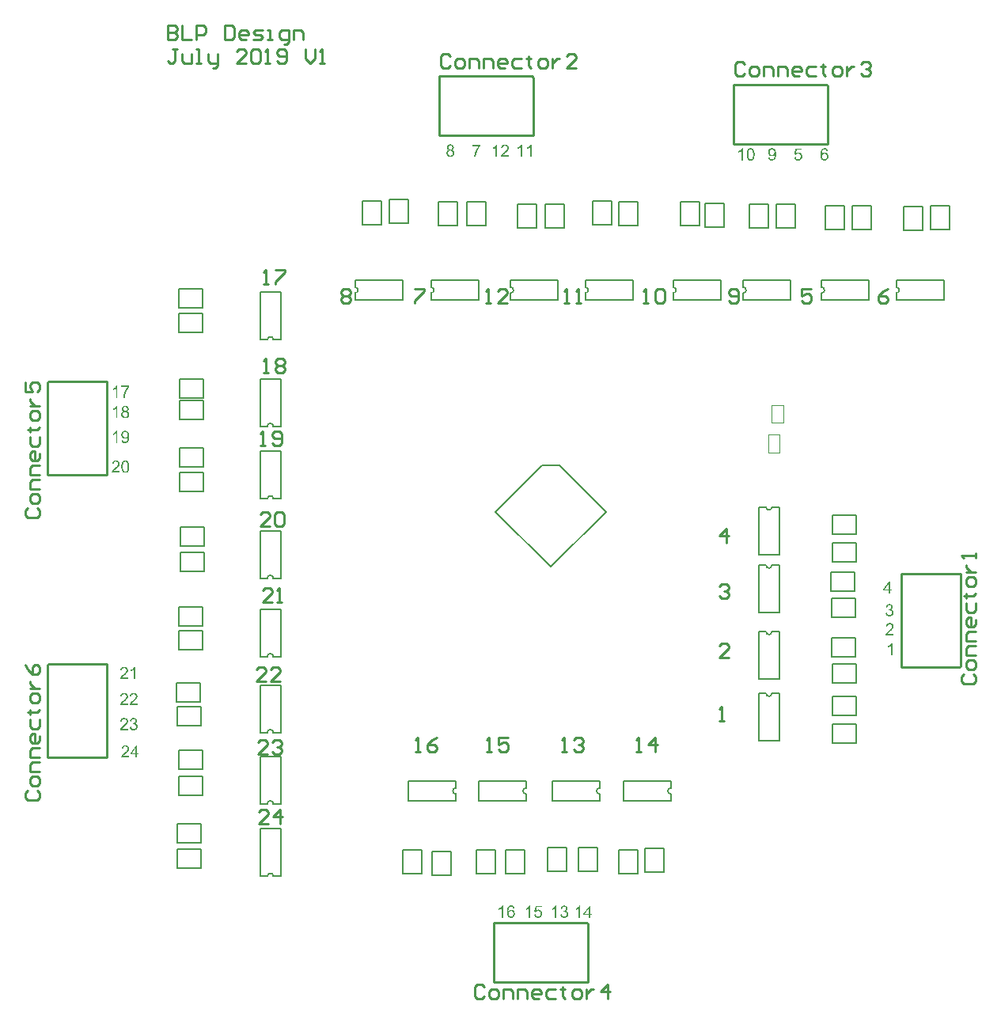
<source format=gto>
G04*
G04 #@! TF.GenerationSoftware,Altium Limited,Altium Designer,19.1.5 (86)*
G04*
G04 Layer_Color=65535*
%FSLAX44Y44*%
%MOMM*%
G71*
G01*
G75*
%ADD10C,0.2000*%
%ADD11C,0.0500*%
%ADD12C,0.2540*%
G36*
X799895Y793945D02*
X799876Y793925D01*
X799836Y793885D01*
X799777Y793806D01*
X799677Y793707D01*
X799578Y793568D01*
X799439Y793409D01*
X799281Y793211D01*
X799122Y793012D01*
X798943Y792774D01*
X798745Y792497D01*
X798527Y792219D01*
X798328Y791901D01*
X798110Y791564D01*
X797872Y791207D01*
X797654Y790810D01*
X797416Y790414D01*
X797396Y790394D01*
X797356Y790314D01*
X797297Y790195D01*
X797217Y790037D01*
X797118Y789838D01*
X796999Y789600D01*
X796860Y789323D01*
X796721Y789025D01*
X796583Y788708D01*
X796424Y788351D01*
X796265Y787974D01*
X796107Y787577D01*
X795809Y786764D01*
X795531Y785891D01*
Y785871D01*
X795511Y785811D01*
X795492Y785732D01*
X795452Y785613D01*
X795412Y785454D01*
X795373Y785276D01*
X795333Y785058D01*
X795273Y784839D01*
X795234Y784582D01*
X795174Y784304D01*
X795075Y783709D01*
X794996Y783034D01*
X794936Y782320D01*
X793290D01*
Y782340D01*
Y782399D01*
Y782479D01*
X793309Y782598D01*
Y782737D01*
X793329Y782915D01*
X793349Y783133D01*
X793369Y783352D01*
X793409Y783609D01*
X793448Y783907D01*
X793488Y784205D01*
X793548Y784522D01*
X793607Y784879D01*
X793686Y785236D01*
X793885Y786030D01*
Y786049D01*
X793905Y786129D01*
X793944Y786248D01*
X793984Y786406D01*
X794044Y786605D01*
X794123Y786823D01*
X794202Y787081D01*
X794301Y787378D01*
X794420Y787676D01*
X794539Y788013D01*
X794817Y788727D01*
X795154Y789481D01*
X795531Y790235D01*
X795551Y790255D01*
X795591Y790334D01*
X795650Y790434D01*
X795730Y790572D01*
X795829Y790751D01*
X795948Y790949D01*
X796087Y791168D01*
X796226Y791425D01*
X796583Y791961D01*
X796979Y792536D01*
X797396Y793111D01*
X797852Y793667D01*
X791465D01*
Y795194D01*
X799895D01*
Y793945D01*
D02*
G37*
G36*
X787279Y782320D02*
X785672D01*
Y792516D01*
X785652Y792497D01*
X785573Y792417D01*
X785434Y792318D01*
X785256Y792179D01*
X785037Y792001D01*
X784779Y791822D01*
X784482Y791604D01*
X784145Y791405D01*
X784125D01*
X784105Y791386D01*
X783986Y791306D01*
X783807Y791207D01*
X783589Y791088D01*
X783331Y790949D01*
X783054Y790830D01*
X782756Y790691D01*
X782478Y790572D01*
Y792140D01*
X782498D01*
X782538Y792159D01*
X782617Y792199D01*
X782697Y792259D01*
X782815Y792318D01*
X782954Y792378D01*
X783272Y792556D01*
X783629Y792774D01*
X784026Y793032D01*
X784422Y793330D01*
X784799Y793647D01*
X784819Y793667D01*
X784839Y793687D01*
X784958Y793806D01*
X785136Y793984D01*
X785355Y794203D01*
X785593Y794480D01*
X785831Y794778D01*
X786049Y795095D01*
X786228Y795413D01*
X787279D01*
Y782320D01*
D02*
G37*
G36*
X787239Y760730D02*
X785632D01*
Y770926D01*
X785613Y770907D01*
X785533Y770827D01*
X785394Y770728D01*
X785216Y770589D01*
X784998Y770411D01*
X784740Y770232D01*
X784442Y770014D01*
X784105Y769816D01*
X784085D01*
X784065Y769796D01*
X783946Y769716D01*
X783768Y769617D01*
X783549Y769498D01*
X783292Y769359D01*
X783014Y769240D01*
X782716Y769101D01*
X782439Y768982D01*
Y770549D01*
X782458D01*
X782498Y770569D01*
X782578Y770609D01*
X782657Y770668D01*
X782776Y770728D01*
X782915Y770788D01*
X783232Y770966D01*
X783589Y771184D01*
X783986Y771442D01*
X784383Y771740D01*
X784760Y772057D01*
X784779Y772077D01*
X784799Y772097D01*
X784918Y772216D01*
X785097Y772394D01*
X785315Y772613D01*
X785553Y772890D01*
X785791Y773188D01*
X786009Y773505D01*
X786188Y773823D01*
X787239D01*
Y760730D01*
D02*
G37*
G36*
X795829Y773803D02*
X795988D01*
X796146Y773763D01*
X796543Y773704D01*
X796979Y773585D01*
X797436Y773406D01*
X797674Y773287D01*
X797892Y773168D01*
X798110Y773009D01*
X798308Y772831D01*
X798328Y772811D01*
X798348Y772791D01*
X798408Y772732D01*
X798467Y772652D01*
X798547Y772553D01*
X798646Y772434D01*
X798844Y772156D01*
X799023Y771799D01*
X799201Y771383D01*
X799320Y770926D01*
X799340Y770668D01*
X799360Y770411D01*
Y770371D01*
Y770252D01*
X799340Y770093D01*
X799300Y769875D01*
X799241Y769617D01*
X799162Y769359D01*
X799043Y769081D01*
X798884Y768824D01*
X798864Y768804D01*
X798804Y768725D01*
X798685Y768605D01*
X798527Y768447D01*
X798328Y768288D01*
X798071Y768129D01*
X797773Y767951D01*
X797436Y767812D01*
X797456D01*
X797495Y767792D01*
X797555Y767772D01*
X797634Y767733D01*
X797852Y767633D01*
X798110Y767514D01*
X798408Y767336D01*
X798705Y767118D01*
X799003Y766840D01*
X799261Y766542D01*
X799281Y766503D01*
X799360Y766384D01*
X799459Y766205D01*
X799578Y765947D01*
X799697Y765650D01*
X799796Y765293D01*
X799876Y764896D01*
X799895Y764459D01*
Y764440D01*
Y764380D01*
Y764301D01*
X799876Y764182D01*
X799856Y764043D01*
X799836Y763864D01*
X799757Y763468D01*
X799598Y763031D01*
X799519Y762793D01*
X799400Y762555D01*
X799261Y762317D01*
X799102Y762079D01*
X798923Y761861D01*
X798705Y761643D01*
X798685Y761623D01*
X798646Y761603D01*
X798586Y761543D01*
X798487Y761464D01*
X798368Y761385D01*
X798229Y761285D01*
X798071Y761186D01*
X797872Y761087D01*
X797654Y760968D01*
X797416Y760869D01*
X797158Y760770D01*
X796880Y760690D01*
X796602Y760611D01*
X796285Y760552D01*
X795948Y760532D01*
X795591Y760512D01*
X795412D01*
X795273Y760532D01*
X795115Y760552D01*
X794916Y760571D01*
X794718Y760611D01*
X794480Y760651D01*
X793984Y760789D01*
X793726Y760889D01*
X793468Y760988D01*
X793210Y761127D01*
X792952Y761266D01*
X792714Y761444D01*
X792476Y761643D01*
X792457Y761662D01*
X792417Y761702D01*
X792377Y761761D01*
X792298Y761841D01*
X792199Y761960D01*
X792099Y762099D01*
X792000Y762258D01*
X791901Y762436D01*
X791782Y762634D01*
X791683Y762853D01*
X791485Y763329D01*
X791405Y763606D01*
X791365Y763884D01*
X791326Y764182D01*
X791306Y764499D01*
Y764519D01*
Y764559D01*
Y764618D01*
X791326Y764717D01*
Y764817D01*
X791346Y764955D01*
X791385Y765233D01*
X791465Y765570D01*
X791584Y765927D01*
X791722Y766284D01*
X791941Y766622D01*
Y766641D01*
X791980Y766661D01*
X792060Y766761D01*
X792218Y766919D01*
X792417Y767098D01*
X792675Y767296D01*
X792992Y767495D01*
X793369Y767673D01*
X793786Y767812D01*
X793766D01*
X793746Y767832D01*
X793627Y767871D01*
X793448Y767971D01*
X793230Y768070D01*
X792972Y768229D01*
X792734Y768407D01*
X792496Y768605D01*
X792298Y768844D01*
X792278Y768883D01*
X792218Y768962D01*
X792139Y769101D01*
X792060Y769300D01*
X791980Y769538D01*
X791901Y769816D01*
X791842Y770113D01*
X791822Y770450D01*
Y770470D01*
Y770510D01*
Y770589D01*
X791842Y770688D01*
X791861Y770807D01*
X791881Y770946D01*
X791941Y771283D01*
X792060Y771660D01*
X792258Y772057D01*
X792357Y772275D01*
X792496Y772474D01*
X792655Y772672D01*
X792833Y772851D01*
X792853Y772870D01*
X792873Y772890D01*
X792933Y772950D01*
X793012Y773009D01*
X793131Y773069D01*
X793250Y773168D01*
X793389Y773247D01*
X793567Y773347D01*
X793944Y773525D01*
X794420Y773664D01*
X794956Y773783D01*
X795234Y773803D01*
X795551Y773823D01*
X795710D01*
X795829Y773803D01*
D02*
G37*
G36*
X795630Y747133D02*
X795730D01*
X795869Y747113D01*
X796186Y747073D01*
X796543Y746974D01*
X796920Y746855D01*
X797337Y746696D01*
X797733Y746458D01*
X797753D01*
X797773Y746419D01*
X797832Y746379D01*
X797912Y746339D01*
X798090Y746181D01*
X798328Y745962D01*
X798586Y745665D01*
X798864Y745348D01*
X799122Y744951D01*
X799340Y744494D01*
Y744475D01*
X799360Y744435D01*
X799400Y744356D01*
X799419Y744256D01*
X799479Y744137D01*
X799519Y743979D01*
X799558Y743780D01*
X799618Y743562D01*
X799677Y743324D01*
X799717Y743046D01*
X799777Y742749D01*
X799816Y742431D01*
X799836Y742074D01*
X799876Y741697D01*
X799895Y741281D01*
Y740844D01*
Y740825D01*
Y740725D01*
Y740606D01*
Y740428D01*
X799876Y740229D01*
Y739971D01*
X799856Y739714D01*
X799836Y739416D01*
X799757Y738781D01*
X799658Y738107D01*
X799519Y737452D01*
X799439Y737155D01*
X799340Y736857D01*
Y736837D01*
X799320Y736798D01*
X799281Y736718D01*
X799241Y736619D01*
X799181Y736480D01*
X799122Y736341D01*
X798943Y736024D01*
X798705Y735647D01*
X798428Y735270D01*
X798110Y734913D01*
X797733Y734596D01*
X797713D01*
X797694Y734556D01*
X797634Y734536D01*
X797535Y734477D01*
X797436Y734417D01*
X797317Y734358D01*
X797019Y734219D01*
X796642Y734080D01*
X796226Y733961D01*
X795730Y733882D01*
X795214Y733842D01*
X795075D01*
X794956Y733862D01*
X794837D01*
X794678Y733882D01*
X794321Y733941D01*
X793924Y734040D01*
X793508Y734199D01*
X793111Y734397D01*
X792714Y734675D01*
X792695Y734695D01*
X792675Y734715D01*
X792556Y734834D01*
X792397Y735032D01*
X792199Y735290D01*
X792000Y735627D01*
X791822Y736044D01*
X791663Y736520D01*
X791564Y737075D01*
X793091Y737194D01*
Y737175D01*
Y737155D01*
X793111Y737095D01*
X793131Y737016D01*
X793171Y736817D01*
X793250Y736599D01*
X793349Y736341D01*
X793468Y736083D01*
X793627Y735826D01*
X793825Y735627D01*
X793845Y735607D01*
X793924Y735548D01*
X794044Y735469D01*
X794222Y735389D01*
X794420Y735310D01*
X794659Y735230D01*
X794936Y735171D01*
X795254Y735151D01*
X795373D01*
X795511Y735171D01*
X795690Y735191D01*
X795888Y735230D01*
X796107Y735290D01*
X796325Y735369D01*
X796543Y735488D01*
X796563Y735508D01*
X796642Y735548D01*
X796741Y735627D01*
X796860Y735726D01*
X797019Y735845D01*
X797158Y736004D01*
X797317Y736183D01*
X797456Y736381D01*
X797475Y736401D01*
X797515Y736480D01*
X797575Y736619D01*
X797674Y736798D01*
X797753Y737016D01*
X797852Y737274D01*
X797952Y737571D01*
X798051Y737908D01*
Y737928D01*
X798071Y737948D01*
Y738008D01*
X798090Y738067D01*
X798130Y738266D01*
X798170Y738523D01*
X798209Y738821D01*
X798249Y739138D01*
X798289Y739495D01*
Y739872D01*
Y739892D01*
Y739952D01*
Y740051D01*
Y740190D01*
X798269Y740150D01*
X798189Y740071D01*
X798090Y739912D01*
X797932Y739753D01*
X797753Y739555D01*
X797515Y739337D01*
X797257Y739138D01*
X796960Y738940D01*
X796920Y738920D01*
X796821Y738861D01*
X796642Y738801D01*
X796424Y738722D01*
X796166Y738623D01*
X795869Y738563D01*
X795531Y738504D01*
X795174Y738484D01*
X795015D01*
X794896Y738504D01*
X794758Y738523D01*
X794599Y738543D01*
X794222Y738623D01*
X793786Y738762D01*
X793567Y738861D01*
X793329Y738980D01*
X793111Y739118D01*
X792873Y739277D01*
X792655Y739456D01*
X792437Y739654D01*
X792417Y739674D01*
X792397Y739714D01*
X792337Y739773D01*
X792258Y739872D01*
X792179Y739991D01*
X792080Y740130D01*
X791980Y740289D01*
X791881Y740487D01*
X791782Y740686D01*
X791683Y740924D01*
X791584Y741182D01*
X791504Y741459D01*
X791425Y741757D01*
X791365Y742055D01*
X791346Y742392D01*
X791326Y742749D01*
Y742769D01*
Y742828D01*
Y742947D01*
X791346Y743086D01*
X791365Y743245D01*
X791385Y743443D01*
X791425Y743661D01*
X791465Y743899D01*
X791603Y744395D01*
X791703Y744673D01*
X791822Y744931D01*
X791941Y745209D01*
X792099Y745467D01*
X792278Y745705D01*
X792476Y745943D01*
X792496Y745962D01*
X792536Y746002D01*
X792595Y746062D01*
X792695Y746141D01*
X792794Y746220D01*
X792933Y746320D01*
X793091Y746439D01*
X793290Y746558D01*
X793488Y746657D01*
X793706Y746776D01*
X794202Y746974D01*
X794480Y747034D01*
X794778Y747093D01*
X795095Y747133D01*
X795412Y747153D01*
X795531D01*
X795630Y747133D01*
D02*
G37*
G36*
X787239Y734060D02*
X785632D01*
Y744256D01*
X785613Y744237D01*
X785533Y744157D01*
X785394Y744058D01*
X785216Y743919D01*
X784998Y743741D01*
X784740Y743562D01*
X784442Y743344D01*
X784105Y743146D01*
X784085D01*
X784065Y743126D01*
X783946Y743046D01*
X783768Y742947D01*
X783549Y742828D01*
X783292Y742689D01*
X783014Y742570D01*
X782716Y742431D01*
X782439Y742312D01*
Y743879D01*
X782458D01*
X782498Y743899D01*
X782578Y743939D01*
X782657Y743998D01*
X782776Y744058D01*
X782915Y744118D01*
X783232Y744296D01*
X783589Y744514D01*
X783986Y744772D01*
X784383Y745070D01*
X784760Y745387D01*
X784779Y745407D01*
X784799Y745427D01*
X784918Y745546D01*
X785097Y745724D01*
X785315Y745943D01*
X785553Y746220D01*
X785791Y746518D01*
X786009Y746835D01*
X786188Y747153D01*
X787239D01*
Y734060D01*
D02*
G37*
G36*
X1456411Y1036320D02*
X1454804D01*
Y1046516D01*
X1454784Y1046497D01*
X1454705Y1046417D01*
X1454566Y1046318D01*
X1454387Y1046179D01*
X1454169Y1046001D01*
X1453911Y1045822D01*
X1453614Y1045604D01*
X1453276Y1045406D01*
X1453257D01*
X1453237Y1045386D01*
X1453118Y1045306D01*
X1452939Y1045207D01*
X1452721Y1045088D01*
X1452463Y1044949D01*
X1452185Y1044830D01*
X1451888Y1044691D01*
X1451610Y1044572D01*
Y1046140D01*
X1451630D01*
X1451669Y1046159D01*
X1451749Y1046199D01*
X1451828Y1046258D01*
X1451947Y1046318D01*
X1452086Y1046378D01*
X1452404Y1046556D01*
X1452761Y1046774D01*
X1453157Y1047032D01*
X1453554Y1047330D01*
X1453931Y1047647D01*
X1453951Y1047667D01*
X1453971Y1047687D01*
X1454090Y1047806D01*
X1454268Y1047984D01*
X1454486Y1048203D01*
X1454724Y1048480D01*
X1454962Y1048778D01*
X1455181Y1049095D01*
X1455359Y1049413D01*
X1456411D01*
Y1036320D01*
D02*
G37*
G36*
X1465119Y1049393D02*
X1465357Y1049353D01*
X1465635Y1049314D01*
X1465952Y1049234D01*
X1466270Y1049115D01*
X1466567Y1048976D01*
X1466607Y1048956D01*
X1466706Y1048897D01*
X1466845Y1048798D01*
X1467043Y1048679D01*
X1467242Y1048500D01*
X1467460Y1048282D01*
X1467678Y1048044D01*
X1467877Y1047766D01*
X1467897Y1047727D01*
X1467956Y1047627D01*
X1468055Y1047449D01*
X1468174Y1047231D01*
X1468293Y1046953D01*
X1468432Y1046616D01*
X1468571Y1046239D01*
X1468690Y1045822D01*
Y1045802D01*
X1468710Y1045763D01*
Y1045703D01*
X1468730Y1045604D01*
X1468769Y1045505D01*
X1468789Y1045366D01*
X1468809Y1045187D01*
X1468849Y1045009D01*
X1468869Y1044791D01*
X1468888Y1044572D01*
X1468928Y1044314D01*
X1468948Y1044037D01*
X1468968Y1043739D01*
Y1043442D01*
X1468988Y1042747D01*
Y1042728D01*
Y1042648D01*
Y1042529D01*
Y1042370D01*
X1468968Y1042172D01*
Y1041954D01*
X1468948Y1041696D01*
X1468928Y1041418D01*
X1468869Y1040823D01*
X1468789Y1040208D01*
X1468670Y1039593D01*
X1468591Y1039315D01*
X1468512Y1039038D01*
Y1039018D01*
X1468492Y1038978D01*
X1468472Y1038899D01*
X1468432Y1038800D01*
X1468373Y1038681D01*
X1468313Y1038562D01*
X1468154Y1038244D01*
X1467956Y1037887D01*
X1467718Y1037530D01*
X1467440Y1037173D01*
X1467103Y1036856D01*
X1467083D01*
X1467063Y1036816D01*
X1467004Y1036796D01*
X1466944Y1036737D01*
X1466726Y1036618D01*
X1466468Y1036479D01*
X1466111Y1036340D01*
X1465714Y1036221D01*
X1465258Y1036142D01*
X1464742Y1036102D01*
X1464564D01*
X1464425Y1036122D01*
X1464266Y1036142D01*
X1464088Y1036181D01*
X1463889Y1036221D01*
X1463671Y1036261D01*
X1463195Y1036419D01*
X1462937Y1036538D01*
X1462699Y1036657D01*
X1462441Y1036816D01*
X1462203Y1036994D01*
X1461985Y1037193D01*
X1461767Y1037431D01*
X1461747Y1037451D01*
X1461707Y1037510D01*
X1461648Y1037609D01*
X1461568Y1037748D01*
X1461469Y1037927D01*
X1461370Y1038145D01*
X1461251Y1038403D01*
X1461132Y1038720D01*
X1461013Y1039058D01*
X1460894Y1039454D01*
X1460795Y1039891D01*
X1460695Y1040367D01*
X1460616Y1040902D01*
X1460557Y1041458D01*
X1460517Y1042093D01*
X1460497Y1042747D01*
Y1042767D01*
Y1042847D01*
Y1042965D01*
Y1043124D01*
X1460517Y1043323D01*
Y1043541D01*
X1460537Y1043799D01*
X1460557Y1044076D01*
X1460616Y1044671D01*
X1460695Y1045286D01*
X1460795Y1045901D01*
X1460874Y1046179D01*
X1460953Y1046457D01*
Y1046477D01*
X1460973Y1046516D01*
X1461013Y1046596D01*
X1461053Y1046695D01*
X1461092Y1046814D01*
X1461152Y1046953D01*
X1461310Y1047270D01*
X1461509Y1047627D01*
X1461747Y1047984D01*
X1462025Y1048322D01*
X1462362Y1048639D01*
X1462382D01*
X1462401Y1048679D01*
X1462461Y1048718D01*
X1462540Y1048758D01*
X1462739Y1048877D01*
X1463017Y1049036D01*
X1463354Y1049175D01*
X1463770Y1049294D01*
X1464227Y1049373D01*
X1464742Y1049413D01*
X1464921D01*
X1465119Y1049393D01*
D02*
G37*
G36*
X1487665D02*
X1487764D01*
X1487903Y1049373D01*
X1488220Y1049333D01*
X1488577Y1049234D01*
X1488954Y1049115D01*
X1489371Y1048956D01*
X1489767Y1048718D01*
X1489787D01*
X1489807Y1048679D01*
X1489867Y1048639D01*
X1489946Y1048599D01*
X1490125Y1048441D01*
X1490363Y1048222D01*
X1490621Y1047925D01*
X1490898Y1047607D01*
X1491156Y1047211D01*
X1491374Y1046755D01*
Y1046735D01*
X1491394Y1046695D01*
X1491434Y1046616D01*
X1491454Y1046516D01*
X1491513Y1046397D01*
X1491553Y1046239D01*
X1491593Y1046040D01*
X1491652Y1045822D01*
X1491711Y1045584D01*
X1491751Y1045306D01*
X1491811Y1045009D01*
X1491850Y1044691D01*
X1491870Y1044334D01*
X1491910Y1043957D01*
X1491930Y1043541D01*
Y1043104D01*
Y1043085D01*
Y1042985D01*
Y1042866D01*
Y1042688D01*
X1491910Y1042489D01*
Y1042232D01*
X1491890Y1041974D01*
X1491870Y1041676D01*
X1491791Y1041041D01*
X1491692Y1040367D01*
X1491553Y1039712D01*
X1491474Y1039415D01*
X1491374Y1039117D01*
Y1039097D01*
X1491355Y1039058D01*
X1491315Y1038978D01*
X1491275Y1038879D01*
X1491216Y1038740D01*
X1491156Y1038601D01*
X1490978Y1038284D01*
X1490739Y1037907D01*
X1490462Y1037530D01*
X1490144Y1037173D01*
X1489767Y1036856D01*
X1489748D01*
X1489728Y1036816D01*
X1489668Y1036796D01*
X1489569Y1036737D01*
X1489470Y1036677D01*
X1489351Y1036618D01*
X1489053Y1036479D01*
X1488676Y1036340D01*
X1488260Y1036221D01*
X1487764Y1036142D01*
X1487248Y1036102D01*
X1487109D01*
X1486990Y1036122D01*
X1486871D01*
X1486712Y1036142D01*
X1486355Y1036201D01*
X1485959Y1036300D01*
X1485542Y1036459D01*
X1485145Y1036657D01*
X1484749Y1036935D01*
X1484729Y1036955D01*
X1484709Y1036975D01*
X1484590Y1037094D01*
X1484431Y1037292D01*
X1484233Y1037550D01*
X1484034Y1037887D01*
X1483856Y1038304D01*
X1483697Y1038780D01*
X1483598Y1039335D01*
X1485125Y1039454D01*
Y1039435D01*
Y1039415D01*
X1485145Y1039355D01*
X1485165Y1039276D01*
X1485205Y1039077D01*
X1485284Y1038859D01*
X1485383Y1038601D01*
X1485502Y1038343D01*
X1485661Y1038085D01*
X1485860Y1037887D01*
X1485879Y1037867D01*
X1485959Y1037808D01*
X1486078Y1037729D01*
X1486256Y1037649D01*
X1486455Y1037570D01*
X1486693Y1037490D01*
X1486970Y1037431D01*
X1487288Y1037411D01*
X1487407D01*
X1487546Y1037431D01*
X1487724Y1037451D01*
X1487923Y1037490D01*
X1488141Y1037550D01*
X1488359Y1037629D01*
X1488577Y1037748D01*
X1488597Y1037768D01*
X1488676Y1037808D01*
X1488776Y1037887D01*
X1488895Y1037986D01*
X1489053Y1038105D01*
X1489192Y1038264D01*
X1489351Y1038443D01*
X1489490Y1038641D01*
X1489510Y1038661D01*
X1489549Y1038740D01*
X1489609Y1038879D01*
X1489708Y1039058D01*
X1489787Y1039276D01*
X1489886Y1039534D01*
X1489986Y1039831D01*
X1490085Y1040169D01*
Y1040188D01*
X1490105Y1040208D01*
Y1040268D01*
X1490125Y1040327D01*
X1490164Y1040526D01*
X1490204Y1040783D01*
X1490244Y1041081D01*
X1490283Y1041398D01*
X1490323Y1041755D01*
Y1042132D01*
Y1042152D01*
Y1042212D01*
Y1042311D01*
Y1042450D01*
X1490303Y1042410D01*
X1490224Y1042331D01*
X1490125Y1042172D01*
X1489966Y1042013D01*
X1489787Y1041815D01*
X1489549Y1041597D01*
X1489291Y1041398D01*
X1488994Y1041200D01*
X1488954Y1041180D01*
X1488855Y1041121D01*
X1488676Y1041061D01*
X1488458Y1040982D01*
X1488200Y1040883D01*
X1487903Y1040823D01*
X1487565Y1040764D01*
X1487209Y1040744D01*
X1487050D01*
X1486931Y1040764D01*
X1486792Y1040783D01*
X1486633Y1040803D01*
X1486256Y1040883D01*
X1485820Y1041021D01*
X1485602Y1041121D01*
X1485364Y1041240D01*
X1485145Y1041378D01*
X1484907Y1041537D01*
X1484689Y1041716D01*
X1484471Y1041914D01*
X1484451Y1041934D01*
X1484431Y1041974D01*
X1484372Y1042033D01*
X1484292Y1042132D01*
X1484213Y1042251D01*
X1484114Y1042390D01*
X1484015Y1042549D01*
X1483915Y1042747D01*
X1483816Y1042946D01*
X1483717Y1043184D01*
X1483618Y1043442D01*
X1483539Y1043719D01*
X1483459Y1044017D01*
X1483400Y1044314D01*
X1483380Y1044652D01*
X1483360Y1045009D01*
Y1045029D01*
Y1045088D01*
Y1045207D01*
X1483380Y1045346D01*
X1483400Y1045505D01*
X1483419Y1045703D01*
X1483459Y1045921D01*
X1483499Y1046159D01*
X1483638Y1046655D01*
X1483737Y1046933D01*
X1483856Y1047191D01*
X1483975Y1047469D01*
X1484134Y1047727D01*
X1484312Y1047965D01*
X1484511Y1048203D01*
X1484530Y1048222D01*
X1484570Y1048262D01*
X1484630Y1048322D01*
X1484729Y1048401D01*
X1484828Y1048480D01*
X1484967Y1048579D01*
X1485125Y1048699D01*
X1485324Y1048818D01*
X1485522Y1048917D01*
X1485741Y1049036D01*
X1486236Y1049234D01*
X1486514Y1049294D01*
X1486812Y1049353D01*
X1487129Y1049393D01*
X1487446Y1049413D01*
X1487565D01*
X1487665Y1049393D01*
D02*
G37*
G36*
X1544180D02*
X1544299D01*
X1544457Y1049373D01*
X1544814Y1049314D01*
X1545211Y1049194D01*
X1545628Y1049036D01*
X1546044Y1048837D01*
X1546243Y1048699D01*
X1546441Y1048540D01*
X1546461D01*
X1546481Y1048500D01*
X1546600Y1048381D01*
X1546758Y1048183D01*
X1546957Y1047925D01*
X1547175Y1047588D01*
X1547354Y1047191D01*
X1547532Y1046715D01*
X1547631Y1046179D01*
X1546044Y1046060D01*
Y1046080D01*
Y1046100D01*
X1546005Y1046219D01*
X1545945Y1046378D01*
X1545885Y1046576D01*
X1545687Y1047032D01*
X1545568Y1047231D01*
X1545429Y1047409D01*
X1545409Y1047449D01*
X1545310Y1047528D01*
X1545171Y1047627D01*
X1544993Y1047766D01*
X1544755Y1047885D01*
X1544477Y1048004D01*
X1544160Y1048084D01*
X1543822Y1048103D01*
X1543684D01*
X1543545Y1048084D01*
X1543366Y1048044D01*
X1543148Y1048004D01*
X1542910Y1047925D01*
X1542692Y1047806D01*
X1542454Y1047667D01*
X1542414Y1047647D01*
X1542335Y1047568D01*
X1542196Y1047429D01*
X1542037Y1047250D01*
X1541839Y1047032D01*
X1541640Y1046755D01*
X1541442Y1046417D01*
X1541263Y1046040D01*
Y1046021D01*
X1541244Y1046001D01*
X1541224Y1045921D01*
X1541204Y1045842D01*
X1541164Y1045743D01*
X1541125Y1045604D01*
X1541085Y1045445D01*
X1541045Y1045267D01*
X1541006Y1045068D01*
X1540966Y1044850D01*
X1540926Y1044592D01*
X1540887Y1044334D01*
X1540867Y1044037D01*
X1540847Y1043719D01*
X1540827Y1043382D01*
Y1043045D01*
X1540847Y1043065D01*
X1540926Y1043164D01*
X1541045Y1043323D01*
X1541224Y1043521D01*
X1541422Y1043739D01*
X1541660Y1043957D01*
X1541938Y1044156D01*
X1542235Y1044334D01*
X1542275Y1044354D01*
X1542374Y1044394D01*
X1542553Y1044473D01*
X1542771Y1044553D01*
X1543029Y1044632D01*
X1543327Y1044711D01*
X1543644Y1044751D01*
X1543981Y1044771D01*
X1544140D01*
X1544259Y1044751D01*
X1544398Y1044731D01*
X1544556Y1044711D01*
X1544933Y1044632D01*
X1545350Y1044473D01*
X1545588Y1044394D01*
X1545806Y1044275D01*
X1546044Y1044136D01*
X1546282Y1043977D01*
X1546501Y1043799D01*
X1546719Y1043580D01*
X1546738Y1043561D01*
X1546758Y1043521D01*
X1546818Y1043462D01*
X1546897Y1043362D01*
X1546977Y1043243D01*
X1547076Y1043104D01*
X1547175Y1042946D01*
X1547294Y1042767D01*
X1547393Y1042549D01*
X1547492Y1042331D01*
X1547592Y1042073D01*
X1547671Y1041815D01*
X1547750Y1041517D01*
X1547810Y1041220D01*
X1547830Y1040883D01*
X1547849Y1040545D01*
Y1040526D01*
Y1040486D01*
Y1040426D01*
Y1040347D01*
X1547830Y1040228D01*
Y1040109D01*
X1547790Y1039791D01*
X1547711Y1039454D01*
X1547631Y1039058D01*
X1547492Y1038661D01*
X1547314Y1038264D01*
Y1038244D01*
X1547294Y1038224D01*
X1547254Y1038165D01*
X1547215Y1038085D01*
X1547096Y1037907D01*
X1546937Y1037669D01*
X1546719Y1037411D01*
X1546461Y1037153D01*
X1546183Y1036895D01*
X1545846Y1036657D01*
X1545806Y1036637D01*
X1545687Y1036578D01*
X1545489Y1036479D01*
X1545251Y1036379D01*
X1544933Y1036280D01*
X1544576Y1036181D01*
X1544180Y1036122D01*
X1543763Y1036102D01*
X1543684D01*
X1543565Y1036122D01*
X1543426D01*
X1543267Y1036142D01*
X1543069Y1036181D01*
X1542850Y1036221D01*
X1542612Y1036280D01*
X1542354Y1036360D01*
X1542077Y1036459D01*
X1541819Y1036578D01*
X1541541Y1036717D01*
X1541263Y1036895D01*
X1540986Y1037094D01*
X1540728Y1037312D01*
X1540490Y1037570D01*
X1540470Y1037590D01*
X1540430Y1037649D01*
X1540371Y1037729D01*
X1540291Y1037848D01*
X1540192Y1038006D01*
X1540093Y1038205D01*
X1539974Y1038443D01*
X1539875Y1038720D01*
X1539756Y1039038D01*
X1539637Y1039395D01*
X1539538Y1039791D01*
X1539438Y1040228D01*
X1539359Y1040704D01*
X1539299Y1041240D01*
X1539260Y1041795D01*
X1539240Y1042410D01*
Y1042430D01*
Y1042450D01*
Y1042509D01*
Y1042569D01*
Y1042767D01*
X1539260Y1043025D01*
X1539280Y1043342D01*
X1539319Y1043699D01*
X1539359Y1044096D01*
X1539418Y1044513D01*
X1539478Y1044969D01*
X1539577Y1045425D01*
X1539696Y1045882D01*
X1539835Y1046318D01*
X1539994Y1046774D01*
X1540172Y1047171D01*
X1540391Y1047568D01*
X1540629Y1047905D01*
X1540648Y1047925D01*
X1540688Y1047965D01*
X1540748Y1048044D01*
X1540847Y1048143D01*
X1540986Y1048262D01*
X1541125Y1048381D01*
X1541303Y1048520D01*
X1541501Y1048659D01*
X1541720Y1048798D01*
X1541978Y1048937D01*
X1542235Y1049056D01*
X1542533Y1049175D01*
X1542850Y1049274D01*
X1543188Y1049353D01*
X1543545Y1049393D01*
X1543922Y1049413D01*
X1544061D01*
X1544180Y1049393D01*
D02*
G37*
G36*
X1519314Y1047627D02*
X1514117D01*
X1513403Y1044116D01*
X1513423Y1044136D01*
X1513462Y1044156D01*
X1513522Y1044195D01*
X1513601Y1044255D01*
X1513720Y1044314D01*
X1513839Y1044374D01*
X1514157Y1044533D01*
X1514514Y1044691D01*
X1514930Y1044810D01*
X1515387Y1044910D01*
X1515863Y1044949D01*
X1516021D01*
X1516140Y1044929D01*
X1516299Y1044910D01*
X1516458Y1044890D01*
X1516656Y1044850D01*
X1516855Y1044810D01*
X1517311Y1044652D01*
X1517549Y1044572D01*
X1517787Y1044453D01*
X1518045Y1044314D01*
X1518283Y1044156D01*
X1518521Y1043977D01*
X1518739Y1043759D01*
X1518759Y1043739D01*
X1518799Y1043699D01*
X1518858Y1043640D01*
X1518918Y1043541D01*
X1519017Y1043422D01*
X1519116Y1043283D01*
X1519215Y1043124D01*
X1519334Y1042946D01*
X1519453Y1042728D01*
X1519552Y1042509D01*
X1519651Y1042251D01*
X1519751Y1041993D01*
X1519810Y1041696D01*
X1519870Y1041398D01*
X1519909Y1041061D01*
X1519929Y1040724D01*
Y1040704D01*
Y1040645D01*
Y1040545D01*
X1519909Y1040426D01*
X1519890Y1040268D01*
X1519870Y1040089D01*
X1519850Y1039891D01*
X1519810Y1039672D01*
X1519671Y1039196D01*
X1519493Y1038700D01*
X1519374Y1038423D01*
X1519235Y1038165D01*
X1519076Y1037907D01*
X1518898Y1037669D01*
X1518878Y1037649D01*
X1518838Y1037609D01*
X1518759Y1037530D01*
X1518660Y1037431D01*
X1518541Y1037312D01*
X1518382Y1037173D01*
X1518203Y1037034D01*
X1517985Y1036895D01*
X1517767Y1036737D01*
X1517509Y1036598D01*
X1517211Y1036459D01*
X1516914Y1036340D01*
X1516577Y1036241D01*
X1516239Y1036161D01*
X1515863Y1036122D01*
X1515466Y1036102D01*
X1515287D01*
X1515168Y1036122D01*
X1515029Y1036142D01*
X1514851Y1036161D01*
X1514653Y1036181D01*
X1514434Y1036221D01*
X1513978Y1036340D01*
X1513502Y1036518D01*
X1513264Y1036637D01*
X1513026Y1036776D01*
X1512788Y1036915D01*
X1512570Y1037094D01*
X1512550Y1037113D01*
X1512530Y1037133D01*
X1512470Y1037193D01*
X1512391Y1037272D01*
X1512312Y1037371D01*
X1512213Y1037490D01*
X1512113Y1037629D01*
X1511994Y1037788D01*
X1511776Y1038165D01*
X1511558Y1038621D01*
X1511399Y1039137D01*
X1511340Y1039435D01*
X1511300Y1039732D01*
X1512986Y1039851D01*
Y1039831D01*
Y1039791D01*
X1513006Y1039732D01*
X1513026Y1039653D01*
X1513085Y1039435D01*
X1513165Y1039157D01*
X1513264Y1038859D01*
X1513423Y1038562D01*
X1513601Y1038264D01*
X1513839Y1038006D01*
X1513879Y1037986D01*
X1513958Y1037907D01*
X1514097Y1037828D01*
X1514295Y1037709D01*
X1514534Y1037609D01*
X1514811Y1037510D01*
X1515129Y1037431D01*
X1515466Y1037411D01*
X1515585D01*
X1515664Y1037431D01*
X1515882Y1037451D01*
X1516160Y1037510D01*
X1516458Y1037629D01*
X1516795Y1037768D01*
X1517112Y1037986D01*
X1517271Y1038105D01*
X1517430Y1038264D01*
Y1038284D01*
X1517469Y1038304D01*
X1517549Y1038423D01*
X1517688Y1038621D01*
X1517827Y1038879D01*
X1517965Y1039216D01*
X1518104Y1039613D01*
X1518184Y1040069D01*
X1518223Y1040585D01*
Y1040605D01*
Y1040645D01*
Y1040724D01*
X1518203Y1040803D01*
Y1040922D01*
X1518184Y1041061D01*
X1518124Y1041378D01*
X1518045Y1041716D01*
X1517906Y1042073D01*
X1517708Y1042430D01*
X1517450Y1042747D01*
X1517410Y1042787D01*
X1517311Y1042866D01*
X1517152Y1043005D01*
X1516914Y1043144D01*
X1516636Y1043283D01*
X1516279Y1043422D01*
X1515882Y1043501D01*
X1515446Y1043541D01*
X1515307D01*
X1515168Y1043521D01*
X1514970Y1043501D01*
X1514752Y1043442D01*
X1514514Y1043382D01*
X1514276Y1043283D01*
X1514038Y1043164D01*
X1514018Y1043144D01*
X1513938Y1043104D01*
X1513819Y1043025D01*
X1513681Y1042926D01*
X1513542Y1042787D01*
X1513383Y1042628D01*
X1513224Y1042450D01*
X1513085Y1042251D01*
X1511578Y1042470D01*
X1512847Y1049155D01*
X1519314D01*
Y1047627D01*
D02*
G37*
G36*
X1208817Y239133D02*
X1208936D01*
X1209095Y239113D01*
X1209452Y239053D01*
X1209849Y238934D01*
X1210265Y238776D01*
X1210682Y238577D01*
X1210880Y238438D01*
X1211079Y238280D01*
X1211099D01*
X1211118Y238240D01*
X1211237Y238121D01*
X1211396Y237923D01*
X1211595Y237665D01*
X1211813Y237328D01*
X1211991Y236931D01*
X1212170Y236455D01*
X1212269Y235919D01*
X1210682Y235800D01*
Y235820D01*
Y235840D01*
X1210642Y235959D01*
X1210583Y236118D01*
X1210523Y236316D01*
X1210325Y236772D01*
X1210206Y236971D01*
X1210067Y237149D01*
X1210047Y237189D01*
X1209948Y237268D01*
X1209809Y237367D01*
X1209631Y237506D01*
X1209393Y237625D01*
X1209115Y237744D01*
X1208798Y237824D01*
X1208460Y237843D01*
X1208321D01*
X1208183Y237824D01*
X1208004Y237784D01*
X1207786Y237744D01*
X1207548Y237665D01*
X1207329Y237546D01*
X1207092Y237407D01*
X1207052Y237387D01*
X1206972Y237308D01*
X1206834Y237169D01*
X1206675Y236990D01*
X1206477Y236772D01*
X1206278Y236495D01*
X1206080Y236157D01*
X1205901Y235780D01*
Y235760D01*
X1205881Y235741D01*
X1205862Y235661D01*
X1205842Y235582D01*
X1205802Y235483D01*
X1205762Y235344D01*
X1205723Y235185D01*
X1205683Y235007D01*
X1205643Y234808D01*
X1205604Y234590D01*
X1205564Y234332D01*
X1205524Y234074D01*
X1205505Y233777D01*
X1205485Y233459D01*
X1205465Y233122D01*
Y232785D01*
X1205485Y232805D01*
X1205564Y232904D01*
X1205683Y233063D01*
X1205862Y233261D01*
X1206060Y233479D01*
X1206298Y233697D01*
X1206576Y233896D01*
X1206873Y234074D01*
X1206913Y234094D01*
X1207012Y234134D01*
X1207191Y234213D01*
X1207409Y234293D01*
X1207667Y234372D01*
X1207964Y234451D01*
X1208282Y234491D01*
X1208619Y234511D01*
X1208778D01*
X1208897Y234491D01*
X1209035Y234471D01*
X1209194Y234451D01*
X1209571Y234372D01*
X1209988Y234213D01*
X1210226Y234134D01*
X1210444Y234015D01*
X1210682Y233876D01*
X1210920Y233717D01*
X1211138Y233539D01*
X1211357Y233321D01*
X1211376Y233301D01*
X1211396Y233261D01*
X1211456Y233202D01*
X1211535Y233102D01*
X1211614Y232983D01*
X1211714Y232844D01*
X1211813Y232686D01*
X1211932Y232507D01*
X1212031Y232289D01*
X1212130Y232071D01*
X1212229Y231813D01*
X1212309Y231555D01*
X1212388Y231257D01*
X1212448Y230960D01*
X1212467Y230623D01*
X1212487Y230285D01*
Y230266D01*
Y230226D01*
Y230166D01*
Y230087D01*
X1212467Y229968D01*
Y229849D01*
X1212428Y229531D01*
X1212348Y229194D01*
X1212269Y228798D01*
X1212130Y228401D01*
X1211952Y228004D01*
Y227984D01*
X1211932Y227964D01*
X1211892Y227905D01*
X1211852Y227826D01*
X1211733Y227647D01*
X1211575Y227409D01*
X1211357Y227151D01*
X1211099Y226893D01*
X1210821Y226635D01*
X1210484Y226397D01*
X1210444Y226377D01*
X1210325Y226318D01*
X1210127Y226219D01*
X1209889Y226119D01*
X1209571Y226020D01*
X1209214Y225921D01*
X1208817Y225862D01*
X1208401Y225842D01*
X1208321D01*
X1208202Y225862D01*
X1208064D01*
X1207905Y225882D01*
X1207706Y225921D01*
X1207488Y225961D01*
X1207250Y226020D01*
X1206992Y226100D01*
X1206715Y226199D01*
X1206457Y226318D01*
X1206179Y226457D01*
X1205901Y226635D01*
X1205623Y226834D01*
X1205366Y227052D01*
X1205128Y227310D01*
X1205108Y227330D01*
X1205068Y227389D01*
X1205008Y227468D01*
X1204929Y227588D01*
X1204830Y227746D01*
X1204731Y227945D01*
X1204612Y228183D01*
X1204513Y228460D01*
X1204394Y228778D01*
X1204275Y229135D01*
X1204175Y229531D01*
X1204076Y229968D01*
X1203997Y230444D01*
X1203937Y230980D01*
X1203898Y231535D01*
X1203878Y232150D01*
Y232170D01*
Y232190D01*
Y232249D01*
Y232309D01*
Y232507D01*
X1203898Y232765D01*
X1203917Y233082D01*
X1203957Y233440D01*
X1203997Y233836D01*
X1204056Y234253D01*
X1204116Y234709D01*
X1204215Y235165D01*
X1204334Y235622D01*
X1204473Y236058D01*
X1204632Y236514D01*
X1204810Y236911D01*
X1205028Y237308D01*
X1205266Y237645D01*
X1205286Y237665D01*
X1205326Y237705D01*
X1205385Y237784D01*
X1205485Y237883D01*
X1205623Y238002D01*
X1205762Y238121D01*
X1205941Y238260D01*
X1206139Y238399D01*
X1206357Y238538D01*
X1206615Y238677D01*
X1206873Y238796D01*
X1207171Y238915D01*
X1207488Y239014D01*
X1207825Y239093D01*
X1208183Y239133D01*
X1208559Y239153D01*
X1208698D01*
X1208817Y239133D01*
D02*
G37*
G36*
X1199871Y226060D02*
X1198264D01*
Y236256D01*
X1198244Y236237D01*
X1198165Y236157D01*
X1198026Y236058D01*
X1197847Y235919D01*
X1197629Y235741D01*
X1197371Y235562D01*
X1197074Y235344D01*
X1196736Y235145D01*
X1196717D01*
X1196697Y235126D01*
X1196578Y235046D01*
X1196399Y234947D01*
X1196181Y234828D01*
X1195923Y234689D01*
X1195645Y234570D01*
X1195348Y234431D01*
X1195070Y234312D01*
Y235879D01*
X1195090D01*
X1195129Y235899D01*
X1195209Y235939D01*
X1195288Y235998D01*
X1195407Y236058D01*
X1195546Y236118D01*
X1195863Y236296D01*
X1196221Y236514D01*
X1196617Y236772D01*
X1197014Y237070D01*
X1197391Y237387D01*
X1197411Y237407D01*
X1197431Y237427D01*
X1197550Y237546D01*
X1197728Y237724D01*
X1197946Y237943D01*
X1198185Y238220D01*
X1198422Y238518D01*
X1198641Y238835D01*
X1198819Y239153D01*
X1199871D01*
Y226060D01*
D02*
G37*
G36*
X1241181Y237367D02*
X1235984D01*
X1235270Y233856D01*
X1235290Y233876D01*
X1235329Y233896D01*
X1235389Y233935D01*
X1235468Y233995D01*
X1235587Y234055D01*
X1235706Y234114D01*
X1236024Y234273D01*
X1236381Y234431D01*
X1236797Y234550D01*
X1237254Y234650D01*
X1237730Y234689D01*
X1237888D01*
X1238008Y234669D01*
X1238166Y234650D01*
X1238325Y234630D01*
X1238523Y234590D01*
X1238722Y234550D01*
X1239178Y234392D01*
X1239416Y234312D01*
X1239654Y234193D01*
X1239912Y234055D01*
X1240150Y233896D01*
X1240388Y233717D01*
X1240606Y233499D01*
X1240626Y233479D01*
X1240666Y233440D01*
X1240725Y233380D01*
X1240785Y233281D01*
X1240884Y233162D01*
X1240983Y233023D01*
X1241082Y232864D01*
X1241201Y232686D01*
X1241320Y232467D01*
X1241420Y232249D01*
X1241519Y231991D01*
X1241618Y231733D01*
X1241677Y231436D01*
X1241737Y231138D01*
X1241777Y230801D01*
X1241796Y230464D01*
Y230444D01*
Y230385D01*
Y230285D01*
X1241777Y230166D01*
X1241757Y230008D01*
X1241737Y229829D01*
X1241717Y229631D01*
X1241677Y229412D01*
X1241538Y228936D01*
X1241360Y228440D01*
X1241241Y228163D01*
X1241102Y227905D01*
X1240943Y227647D01*
X1240765Y227409D01*
X1240745Y227389D01*
X1240705Y227349D01*
X1240626Y227270D01*
X1240527Y227171D01*
X1240408Y227052D01*
X1240249Y226913D01*
X1240071Y226774D01*
X1239852Y226635D01*
X1239634Y226477D01*
X1239376Y226338D01*
X1239079Y226199D01*
X1238781Y226080D01*
X1238444Y225981D01*
X1238107Y225901D01*
X1237730Y225862D01*
X1237333Y225842D01*
X1237154D01*
X1237035Y225862D01*
X1236897Y225882D01*
X1236718Y225901D01*
X1236520Y225921D01*
X1236301Y225961D01*
X1235845Y226080D01*
X1235369Y226258D01*
X1235131Y226377D01*
X1234893Y226516D01*
X1234655Y226655D01*
X1234437Y226834D01*
X1234417Y226854D01*
X1234397Y226873D01*
X1234338Y226933D01*
X1234258Y227012D01*
X1234179Y227111D01*
X1234080Y227230D01*
X1233980Y227369D01*
X1233861Y227528D01*
X1233643Y227905D01*
X1233425Y228361D01*
X1233266Y228877D01*
X1233207Y229174D01*
X1233167Y229472D01*
X1234853Y229591D01*
Y229571D01*
Y229531D01*
X1234873Y229472D01*
X1234893Y229393D01*
X1234952Y229174D01*
X1235032Y228897D01*
X1235131Y228599D01*
X1235290Y228302D01*
X1235468Y228004D01*
X1235706Y227746D01*
X1235746Y227726D01*
X1235825Y227647D01*
X1235964Y227568D01*
X1236163Y227449D01*
X1236401Y227349D01*
X1236678Y227250D01*
X1236996Y227171D01*
X1237333Y227151D01*
X1237452D01*
X1237531Y227171D01*
X1237750Y227191D01*
X1238027Y227250D01*
X1238325Y227369D01*
X1238662Y227508D01*
X1238979Y227726D01*
X1239138Y227845D01*
X1239297Y228004D01*
Y228024D01*
X1239337Y228044D01*
X1239416Y228163D01*
X1239555Y228361D01*
X1239694Y228619D01*
X1239833Y228956D01*
X1239971Y229353D01*
X1240051Y229809D01*
X1240090Y230325D01*
Y230345D01*
Y230385D01*
Y230464D01*
X1240071Y230543D01*
Y230662D01*
X1240051Y230801D01*
X1239991Y231119D01*
X1239912Y231456D01*
X1239773Y231813D01*
X1239575Y232170D01*
X1239317Y232487D01*
X1239277Y232527D01*
X1239178Y232606D01*
X1239019Y232745D01*
X1238781Y232884D01*
X1238503Y233023D01*
X1238146Y233162D01*
X1237750Y233241D01*
X1237313Y233281D01*
X1237174D01*
X1237035Y233261D01*
X1236837Y233241D01*
X1236619Y233182D01*
X1236381Y233122D01*
X1236143Y233023D01*
X1235905Y232904D01*
X1235885Y232884D01*
X1235806Y232844D01*
X1235686Y232765D01*
X1235548Y232666D01*
X1235409Y232527D01*
X1235250Y232368D01*
X1235091Y232190D01*
X1234952Y231991D01*
X1233445Y232210D01*
X1234715Y238895D01*
X1241181D01*
Y237367D01*
D02*
G37*
G36*
X1229081Y226060D02*
X1227474D01*
Y236256D01*
X1227454Y236237D01*
X1227375Y236157D01*
X1227236Y236058D01*
X1227057Y235919D01*
X1226839Y235741D01*
X1226581Y235562D01*
X1226284Y235344D01*
X1225946Y235145D01*
X1225927D01*
X1225907Y235126D01*
X1225788Y235046D01*
X1225609Y234947D01*
X1225391Y234828D01*
X1225133Y234689D01*
X1224855Y234570D01*
X1224558Y234431D01*
X1224280Y234312D01*
Y235879D01*
X1224300D01*
X1224340Y235899D01*
X1224419Y235939D01*
X1224498Y235998D01*
X1224617Y236058D01*
X1224756Y236118D01*
X1225073Y236296D01*
X1225431Y236514D01*
X1225827Y236772D01*
X1226224Y237070D01*
X1226601Y237387D01*
X1226621Y237407D01*
X1226641Y237427D01*
X1226760Y237546D01*
X1226938Y237724D01*
X1227156Y237943D01*
X1227394Y238220D01*
X1227633Y238518D01*
X1227851Y238835D01*
X1228029Y239153D01*
X1229081D01*
Y226060D01*
D02*
G37*
G36*
X1293232Y230424D02*
X1294998D01*
Y228956D01*
X1293232D01*
Y225842D01*
X1291625D01*
Y228956D01*
X1285972D01*
Y230424D01*
X1291923Y238855D01*
X1293232D01*
Y230424D01*
D02*
G37*
G36*
X1282421Y225842D02*
X1280814D01*
Y236038D01*
X1280794Y236018D01*
X1280715Y235939D01*
X1280576Y235840D01*
X1280397Y235701D01*
X1280179Y235522D01*
X1279921Y235344D01*
X1279624Y235126D01*
X1279286Y234927D01*
X1279267D01*
X1279247Y234907D01*
X1279128Y234828D01*
X1278949Y234729D01*
X1278731Y234610D01*
X1278473Y234471D01*
X1278195Y234352D01*
X1277898Y234213D01*
X1277620Y234094D01*
Y235661D01*
X1277640D01*
X1277680Y235681D01*
X1277759Y235721D01*
X1277838Y235780D01*
X1277957Y235840D01*
X1278096Y235899D01*
X1278413Y236078D01*
X1278771Y236296D01*
X1279167Y236554D01*
X1279564Y236852D01*
X1279941Y237169D01*
X1279961Y237189D01*
X1279981Y237209D01*
X1280100Y237328D01*
X1280278Y237506D01*
X1280496Y237724D01*
X1280735Y238002D01*
X1280972Y238300D01*
X1281191Y238617D01*
X1281369Y238934D01*
X1282421D01*
Y225842D01*
D02*
G37*
G36*
X1265571Y239133D02*
X1265828Y239093D01*
X1266126Y239034D01*
X1266463Y238954D01*
X1266801Y238835D01*
X1267138Y238677D01*
X1267158D01*
X1267177Y238657D01*
X1267296Y238597D01*
X1267455Y238498D01*
X1267654Y238359D01*
X1267872Y238181D01*
X1268110Y237962D01*
X1268328Y237705D01*
X1268526Y237427D01*
X1268546Y237387D01*
X1268606Y237288D01*
X1268685Y237129D01*
X1268764Y236931D01*
X1268844Y236673D01*
X1268923Y236395D01*
X1268983Y236098D01*
X1269002Y235760D01*
Y235721D01*
Y235622D01*
X1268983Y235463D01*
X1268943Y235265D01*
X1268883Y235026D01*
X1268804Y234769D01*
X1268705Y234491D01*
X1268546Y234233D01*
X1268526Y234193D01*
X1268467Y234114D01*
X1268348Y233995D01*
X1268209Y233836D01*
X1268011Y233658D01*
X1267792Y233479D01*
X1267515Y233281D01*
X1267197Y233122D01*
X1267217D01*
X1267257Y233102D01*
X1267316D01*
X1267396Y233063D01*
X1267594Y233003D01*
X1267852Y232884D01*
X1268130Y232745D01*
X1268427Y232547D01*
X1268725Y232309D01*
X1268983Y232011D01*
X1269002Y231971D01*
X1269082Y231852D01*
X1269181Y231674D01*
X1269320Y231436D01*
X1269439Y231138D01*
X1269538Y230781D01*
X1269617Y230365D01*
X1269637Y229909D01*
Y229889D01*
Y229829D01*
Y229750D01*
X1269617Y229631D01*
X1269598Y229472D01*
X1269578Y229313D01*
X1269538Y229115D01*
X1269479Y228917D01*
X1269340Y228460D01*
X1269240Y228202D01*
X1269102Y227964D01*
X1268963Y227726D01*
X1268804Y227488D01*
X1268606Y227250D01*
X1268388Y227012D01*
X1268368Y226992D01*
X1268328Y226953D01*
X1268269Y226913D01*
X1268169Y226834D01*
X1268050Y226735D01*
X1267891Y226635D01*
X1267713Y226536D01*
X1267534Y226437D01*
X1267316Y226318D01*
X1267078Y226219D01*
X1266820Y226119D01*
X1266543Y226020D01*
X1266245Y225941D01*
X1265928Y225901D01*
X1265590Y225862D01*
X1265253Y225842D01*
X1265095D01*
X1264975Y225862D01*
X1264817Y225882D01*
X1264658Y225901D01*
X1264460Y225921D01*
X1264261Y225961D01*
X1263805Y226080D01*
X1263329Y226278D01*
X1263091Y226377D01*
X1262873Y226516D01*
X1262635Y226675D01*
X1262416Y226854D01*
X1262397Y226873D01*
X1262377Y226893D01*
X1262317Y226953D01*
X1262238Y227032D01*
X1262159Y227151D01*
X1262059Y227270D01*
X1261940Y227409D01*
X1261841Y227568D01*
X1261603Y227964D01*
X1261405Y228421D01*
X1261226Y228936D01*
X1261167Y229214D01*
X1261127Y229512D01*
X1262734Y229730D01*
Y229710D01*
X1262754Y229670D01*
Y229591D01*
X1262793Y229512D01*
X1262853Y229274D01*
X1262952Y228976D01*
X1263071Y228659D01*
X1263230Y228321D01*
X1263428Y228024D01*
X1263646Y227766D01*
X1263686Y227746D01*
X1263765Y227667D01*
X1263904Y227588D01*
X1264103Y227468D01*
X1264321Y227369D01*
X1264598Y227270D01*
X1264916Y227191D01*
X1265253Y227171D01*
X1265372D01*
X1265452Y227191D01*
X1265650Y227211D01*
X1265908Y227270D01*
X1266225Y227369D01*
X1266543Y227488D01*
X1266860Y227687D01*
X1267158Y227945D01*
X1267197Y227984D01*
X1267277Y228083D01*
X1267396Y228242D01*
X1267554Y228480D01*
X1267693Y228758D01*
X1267812Y229095D01*
X1267891Y229472D01*
X1267931Y229889D01*
Y229909D01*
Y229928D01*
Y229988D01*
X1267911Y230067D01*
X1267891Y230266D01*
X1267832Y230523D01*
X1267753Y230801D01*
X1267614Y231119D01*
X1267435Y231416D01*
X1267197Y231694D01*
X1267158Y231733D01*
X1267078Y231813D01*
X1266919Y231912D01*
X1266701Y232051D01*
X1266443Y232190D01*
X1266126Y232289D01*
X1265789Y232368D01*
X1265392Y232408D01*
X1265213D01*
X1265075Y232388D01*
X1264916Y232368D01*
X1264718Y232348D01*
X1264499Y232309D01*
X1264261Y232249D01*
X1264440Y233658D01*
X1264539D01*
X1264618Y233638D01*
X1264876D01*
X1265055Y233658D01*
X1265313Y233697D01*
X1265590Y233757D01*
X1265888Y233856D01*
X1266205Y233975D01*
X1266523Y234154D01*
X1266562Y234174D01*
X1266662Y234253D01*
X1266781Y234392D01*
X1266939Y234570D01*
X1267098Y234788D01*
X1267217Y235066D01*
X1267316Y235403D01*
X1267356Y235800D01*
Y235820D01*
Y235840D01*
Y235939D01*
X1267316Y236098D01*
X1267277Y236316D01*
X1267217Y236534D01*
X1267098Y236772D01*
X1266959Y237030D01*
X1266761Y237248D01*
X1266741Y237268D01*
X1266662Y237348D01*
X1266523Y237447D01*
X1266344Y237546D01*
X1266126Y237665D01*
X1265868Y237744D01*
X1265571Y237824D01*
X1265233Y237843D01*
X1265075D01*
X1264896Y237804D01*
X1264698Y237764D01*
X1264440Y237705D01*
X1264182Y237586D01*
X1263924Y237447D01*
X1263666Y237248D01*
X1263646Y237229D01*
X1263567Y237149D01*
X1263468Y237010D01*
X1263349Y236812D01*
X1263210Y236574D01*
X1263091Y236276D01*
X1262972Y235919D01*
X1262893Y235503D01*
X1261286Y235780D01*
Y235800D01*
X1261305Y235860D01*
X1261325Y235939D01*
X1261345Y236038D01*
X1261385Y236177D01*
X1261425Y236336D01*
X1261563Y236693D01*
X1261722Y237090D01*
X1261960Y237506D01*
X1262238Y237903D01*
X1262595Y238260D01*
X1262615Y238280D01*
X1262635Y238300D01*
X1262694Y238339D01*
X1262793Y238399D01*
X1262893Y238458D01*
X1263011Y238538D01*
X1263309Y238716D01*
X1263686Y238875D01*
X1264142Y239014D01*
X1264638Y239113D01*
X1264916Y239153D01*
X1265372D01*
X1265571Y239133D01*
D02*
G37*
G36*
X1257021Y226060D02*
X1255414D01*
Y236256D01*
X1255394Y236237D01*
X1255315Y236157D01*
X1255176Y236058D01*
X1254997Y235919D01*
X1254779Y235741D01*
X1254521Y235562D01*
X1254224Y235344D01*
X1253886Y235145D01*
X1253867D01*
X1253847Y235126D01*
X1253728Y235046D01*
X1253549Y234947D01*
X1253331Y234828D01*
X1253073Y234689D01*
X1252795Y234570D01*
X1252498Y234431D01*
X1252220Y234312D01*
Y235879D01*
X1252240D01*
X1252280Y235899D01*
X1252359Y235939D01*
X1252438Y235998D01*
X1252557Y236058D01*
X1252696Y236118D01*
X1253014Y236296D01*
X1253371Y236514D01*
X1253767Y236772D01*
X1254164Y237070D01*
X1254541Y237387D01*
X1254561Y237407D01*
X1254581Y237427D01*
X1254700Y237546D01*
X1254878Y237724D01*
X1255096Y237943D01*
X1255334Y238220D01*
X1255573Y238518D01*
X1255791Y238835D01*
X1255969Y239153D01*
X1257021D01*
Y226060D01*
D02*
G37*
G36*
X1616431Y506730D02*
X1614824D01*
Y516926D01*
X1614804Y516907D01*
X1614725Y516827D01*
X1614586Y516728D01*
X1614407Y516589D01*
X1614189Y516411D01*
X1613931Y516232D01*
X1613634Y516014D01*
X1613296Y515816D01*
X1613277D01*
X1613257Y515796D01*
X1613138Y515716D01*
X1612959Y515617D01*
X1612741Y515498D01*
X1612483Y515359D01*
X1612205Y515240D01*
X1611908Y515101D01*
X1611630Y514982D01*
Y516549D01*
X1611650D01*
X1611689Y516569D01*
X1611769Y516609D01*
X1611848Y516669D01*
X1611967Y516728D01*
X1612106Y516788D01*
X1612424Y516966D01*
X1612781Y517184D01*
X1613177Y517442D01*
X1613574Y517740D01*
X1613951Y518057D01*
X1613971Y518077D01*
X1613991Y518097D01*
X1614110Y518216D01*
X1614288Y518394D01*
X1614506Y518613D01*
X1614745Y518890D01*
X1614982Y519188D01*
X1615201Y519505D01*
X1615379Y519823D01*
X1616431D01*
Y506730D01*
D02*
G37*
G36*
X1613950Y541393D02*
X1614109Y541373D01*
X1614287Y541353D01*
X1614486Y541333D01*
X1614704Y541274D01*
X1615180Y541155D01*
X1615676Y540976D01*
X1615934Y540857D01*
X1616172Y540718D01*
X1616390Y540540D01*
X1616608Y540361D01*
X1616628Y540341D01*
X1616648Y540322D01*
X1616708Y540262D01*
X1616787Y540183D01*
X1616866Y540064D01*
X1616965Y539945D01*
X1617164Y539647D01*
X1617362Y539270D01*
X1617541Y538834D01*
X1617680Y538338D01*
X1617699Y538060D01*
X1617719Y537782D01*
Y537743D01*
Y537644D01*
X1617699Y537485D01*
X1617680Y537286D01*
X1617640Y537048D01*
X1617580Y536791D01*
X1617501Y536513D01*
X1617382Y536235D01*
X1617362Y536195D01*
X1617323Y536096D01*
X1617243Y535957D01*
X1617124Y535759D01*
X1616985Y535521D01*
X1616807Y535243D01*
X1616569Y534966D01*
X1616311Y534648D01*
X1616271Y534608D01*
X1616172Y534489D01*
X1615993Y534311D01*
X1615874Y534192D01*
X1615735Y534053D01*
X1615577Y533894D01*
X1615379Y533716D01*
X1615180Y533537D01*
X1614962Y533319D01*
X1614724Y533101D01*
X1614446Y532863D01*
X1614168Y532625D01*
X1613851Y532347D01*
X1613831Y532327D01*
X1613792Y532287D01*
X1613712Y532228D01*
X1613613Y532149D01*
X1613375Y531950D01*
X1613077Y531692D01*
X1612780Y531415D01*
X1612462Y531137D01*
X1612204Y530899D01*
X1612105Y530800D01*
X1612006Y530700D01*
X1611986Y530681D01*
X1611947Y530621D01*
X1611867Y530542D01*
X1611768Y530423D01*
X1611550Y530165D01*
X1611332Y529847D01*
X1617739D01*
Y528320D01*
X1609110D01*
Y528340D01*
Y528419D01*
Y528538D01*
X1609130Y528677D01*
X1609149Y528836D01*
X1609169Y529014D01*
X1609229Y529213D01*
X1609288Y529411D01*
Y529431D01*
X1609308Y529451D01*
X1609348Y529570D01*
X1609427Y529729D01*
X1609546Y529967D01*
X1609685Y530224D01*
X1609884Y530522D01*
X1610082Y530820D01*
X1610340Y531137D01*
Y531157D01*
X1610379Y531177D01*
X1610479Y531296D01*
X1610637Y531474D01*
X1610875Y531712D01*
X1611173Y531990D01*
X1611530Y532327D01*
X1611966Y532704D01*
X1612442Y533121D01*
X1612462Y533140D01*
X1612542Y533200D01*
X1612641Y533279D01*
X1612780Y533418D01*
X1612958Y533557D01*
X1613157Y533736D01*
X1613593Y534113D01*
X1614069Y534569D01*
X1614545Y535025D01*
X1614783Y535243D01*
X1614982Y535462D01*
X1615160Y535680D01*
X1615319Y535878D01*
Y535898D01*
X1615359Y535918D01*
X1615398Y535977D01*
X1615438Y536057D01*
X1615557Y536255D01*
X1615696Y536513D01*
X1615835Y536810D01*
X1615954Y537128D01*
X1616033Y537485D01*
X1616073Y537822D01*
Y537842D01*
Y537862D01*
X1616053Y537981D01*
X1616033Y538159D01*
X1615993Y538378D01*
X1615894Y538635D01*
X1615775Y538893D01*
X1615616Y539171D01*
X1615379Y539429D01*
X1615339Y539449D01*
X1615259Y539528D01*
X1615101Y539627D01*
X1614902Y539766D01*
X1614644Y539885D01*
X1614347Y539984D01*
X1613990Y540064D01*
X1613593Y540084D01*
X1613474D01*
X1613395Y540064D01*
X1613196Y540044D01*
X1612939Y540004D01*
X1612641Y539905D01*
X1612323Y539786D01*
X1612026Y539608D01*
X1611748Y539369D01*
X1611728Y539330D01*
X1611649Y539250D01*
X1611530Y539092D01*
X1611411Y538873D01*
X1611272Y538596D01*
X1611173Y538278D01*
X1611094Y537901D01*
X1611054Y537465D01*
X1609407Y537644D01*
Y537663D01*
Y537723D01*
X1609427Y537822D01*
X1609447Y537941D01*
X1609487Y538100D01*
X1609507Y538278D01*
X1609626Y538675D01*
X1609784Y539131D01*
X1610002Y539588D01*
X1610300Y540044D01*
X1610459Y540242D01*
X1610657Y540441D01*
X1610677Y540461D01*
X1610717Y540480D01*
X1610776Y540540D01*
X1610856Y540599D01*
X1610975Y540659D01*
X1611113Y540758D01*
X1611272Y540837D01*
X1611451Y540937D01*
X1611649Y541016D01*
X1611867Y541115D01*
X1612125Y541194D01*
X1612383Y541254D01*
X1612978Y541373D01*
X1613295Y541393D01*
X1613633Y541413D01*
X1613811D01*
X1613950Y541393D01*
D02*
G37*
G36*
X1613810Y577352D02*
X1615576D01*
Y575885D01*
X1613810D01*
Y572770D01*
X1612204D01*
Y575885D01*
X1606550D01*
Y577352D01*
X1612501Y585783D01*
X1613810D01*
Y577352D01*
D02*
G37*
G36*
X1613534Y561713D02*
X1613792Y561673D01*
X1614089Y561614D01*
X1614426Y561534D01*
X1614763Y561415D01*
X1615101Y561257D01*
X1615121D01*
X1615140Y561237D01*
X1615259Y561177D01*
X1615418Y561078D01*
X1615616Y560939D01*
X1615835Y560761D01*
X1616073Y560542D01*
X1616291Y560285D01*
X1616489Y560007D01*
X1616509Y559967D01*
X1616569Y559868D01*
X1616648Y559709D01*
X1616727Y559511D01*
X1616807Y559253D01*
X1616886Y558975D01*
X1616946Y558678D01*
X1616965Y558340D01*
Y558301D01*
Y558202D01*
X1616946Y558043D01*
X1616906Y557845D01*
X1616846Y557607D01*
X1616767Y557349D01*
X1616668Y557071D01*
X1616509Y556813D01*
X1616489Y556773D01*
X1616430Y556694D01*
X1616311Y556575D01*
X1616172Y556416D01*
X1615974Y556238D01*
X1615755Y556059D01*
X1615478Y555861D01*
X1615160Y555702D01*
X1615180D01*
X1615220Y555682D01*
X1615279D01*
X1615359Y555643D01*
X1615557Y555583D01*
X1615815Y555464D01*
X1616093Y555325D01*
X1616390Y555127D01*
X1616688Y554889D01*
X1616946Y554591D01*
X1616965Y554552D01*
X1617045Y554432D01*
X1617144Y554254D01*
X1617283Y554016D01*
X1617402Y553718D01*
X1617501Y553361D01*
X1617580Y552945D01*
X1617600Y552489D01*
Y552469D01*
Y552409D01*
Y552330D01*
X1617580Y552211D01*
X1617561Y552052D01*
X1617541Y551893D01*
X1617501Y551695D01*
X1617442Y551497D01*
X1617303Y551040D01*
X1617204Y550782D01*
X1617065Y550544D01*
X1616926Y550306D01*
X1616767Y550068D01*
X1616569Y549830D01*
X1616351Y549592D01*
X1616331Y549572D01*
X1616291Y549533D01*
X1616232Y549493D01*
X1616132Y549414D01*
X1616013Y549314D01*
X1615855Y549215D01*
X1615676Y549116D01*
X1615497Y549017D01*
X1615279Y548898D01*
X1615041Y548799D01*
X1614783Y548699D01*
X1614506Y548600D01*
X1614208Y548521D01*
X1613891Y548481D01*
X1613553Y548442D01*
X1613216Y548422D01*
X1613058D01*
X1612939Y548442D01*
X1612780Y548461D01*
X1612621Y548481D01*
X1612423Y548501D01*
X1612224Y548541D01*
X1611768Y548660D01*
X1611292Y548858D01*
X1611054Y548957D01*
X1610836Y549096D01*
X1610598Y549255D01*
X1610379Y549434D01*
X1610360Y549453D01*
X1610340Y549473D01*
X1610280Y549533D01*
X1610201Y549612D01*
X1610121Y549731D01*
X1610022Y549850D01*
X1609903Y549989D01*
X1609804Y550148D01*
X1609566Y550544D01*
X1609368Y551001D01*
X1609189Y551516D01*
X1609130Y551794D01*
X1609090Y552092D01*
X1610697Y552310D01*
Y552290D01*
X1610717Y552250D01*
Y552171D01*
X1610756Y552092D01*
X1610816Y551854D01*
X1610915Y551556D01*
X1611034Y551239D01*
X1611193Y550901D01*
X1611391Y550604D01*
X1611609Y550346D01*
X1611649Y550326D01*
X1611728Y550247D01*
X1611867Y550168D01*
X1612066Y550048D01*
X1612284Y549949D01*
X1612561Y549850D01*
X1612879Y549771D01*
X1613216Y549751D01*
X1613335D01*
X1613415Y549771D01*
X1613613Y549791D01*
X1613871Y549850D01*
X1614188Y549949D01*
X1614506Y550068D01*
X1614823Y550267D01*
X1615121Y550525D01*
X1615160Y550564D01*
X1615240Y550663D01*
X1615359Y550822D01*
X1615517Y551060D01*
X1615656Y551338D01*
X1615775Y551675D01*
X1615855Y552052D01*
X1615894Y552469D01*
Y552489D01*
Y552508D01*
Y552568D01*
X1615874Y552647D01*
X1615855Y552845D01*
X1615795Y553103D01*
X1615716Y553381D01*
X1615577Y553699D01*
X1615398Y553996D01*
X1615160Y554274D01*
X1615121Y554314D01*
X1615041Y554393D01*
X1614883Y554492D01*
X1614664Y554631D01*
X1614406Y554770D01*
X1614089Y554869D01*
X1613752Y554948D01*
X1613355Y554988D01*
X1613177D01*
X1613038Y554968D01*
X1612879Y554948D01*
X1612681Y554929D01*
X1612462Y554889D01*
X1612224Y554829D01*
X1612403Y556238D01*
X1612502D01*
X1612581Y556218D01*
X1612839D01*
X1613018Y556238D01*
X1613276Y556277D01*
X1613553Y556337D01*
X1613851Y556436D01*
X1614168Y556555D01*
X1614486Y556734D01*
X1614525Y556754D01*
X1614625Y556833D01*
X1614744Y556972D01*
X1614902Y557150D01*
X1615061Y557369D01*
X1615180Y557646D01*
X1615279Y557983D01*
X1615319Y558380D01*
Y558400D01*
Y558420D01*
Y558519D01*
X1615279Y558678D01*
X1615240Y558896D01*
X1615180Y559114D01*
X1615061Y559352D01*
X1614922Y559610D01*
X1614724Y559828D01*
X1614704Y559848D01*
X1614625Y559927D01*
X1614486Y560027D01*
X1614307Y560126D01*
X1614089Y560245D01*
X1613831Y560324D01*
X1613534Y560404D01*
X1613196Y560423D01*
X1613038D01*
X1612859Y560384D01*
X1612661Y560344D01*
X1612403Y560285D01*
X1612145Y560165D01*
X1611887Y560027D01*
X1611629Y559828D01*
X1611609Y559809D01*
X1611530Y559729D01*
X1611431Y559590D01*
X1611312Y559392D01*
X1611173Y559154D01*
X1611054Y558856D01*
X1610935Y558499D01*
X1610856Y558083D01*
X1609249Y558360D01*
Y558380D01*
X1609268Y558440D01*
X1609288Y558519D01*
X1609308Y558618D01*
X1609348Y558757D01*
X1609388Y558916D01*
X1609526Y559273D01*
X1609685Y559670D01*
X1609923Y560086D01*
X1610201Y560483D01*
X1610558Y560840D01*
X1610578Y560860D01*
X1610598Y560880D01*
X1610657Y560919D01*
X1610756Y560979D01*
X1610856Y561038D01*
X1610975Y561118D01*
X1611272Y561296D01*
X1611649Y561455D01*
X1612105Y561594D01*
X1612601Y561693D01*
X1612879Y561733D01*
X1613335D01*
X1613534Y561713D01*
D02*
G37*
G36*
X1202229Y1053203D02*
X1202388Y1053183D01*
X1202567Y1053163D01*
X1202765Y1053143D01*
X1202983Y1053084D01*
X1203459Y1052965D01*
X1203955Y1052786D01*
X1204213Y1052667D01*
X1204451Y1052528D01*
X1204669Y1052350D01*
X1204887Y1052171D01*
X1204907Y1052151D01*
X1204927Y1052132D01*
X1204987Y1052072D01*
X1205066Y1051993D01*
X1205145Y1051874D01*
X1205245Y1051755D01*
X1205443Y1051457D01*
X1205641Y1051080D01*
X1205820Y1050644D01*
X1205959Y1050148D01*
X1205978Y1049870D01*
X1205998Y1049592D01*
Y1049553D01*
Y1049454D01*
X1205978Y1049295D01*
X1205959Y1049097D01*
X1205919Y1048858D01*
X1205860Y1048601D01*
X1205780Y1048323D01*
X1205661Y1048045D01*
X1205641Y1048005D01*
X1205602Y1047906D01*
X1205522Y1047767D01*
X1205403Y1047569D01*
X1205264Y1047331D01*
X1205086Y1047053D01*
X1204848Y1046776D01*
X1204590Y1046458D01*
X1204550Y1046419D01*
X1204451Y1046299D01*
X1204273Y1046121D01*
X1204154Y1046002D01*
X1204015Y1045863D01*
X1203856Y1045704D01*
X1203658Y1045526D01*
X1203459Y1045347D01*
X1203241Y1045129D01*
X1203003Y1044911D01*
X1202725Y1044673D01*
X1202448Y1044435D01*
X1202130Y1044157D01*
X1202110Y1044137D01*
X1202071Y1044098D01*
X1201991Y1044038D01*
X1201892Y1043959D01*
X1201654Y1043760D01*
X1201356Y1043502D01*
X1201059Y1043225D01*
X1200742Y1042947D01*
X1200484Y1042709D01*
X1200384Y1042610D01*
X1200285Y1042511D01*
X1200265Y1042491D01*
X1200226Y1042431D01*
X1200146Y1042352D01*
X1200047Y1042233D01*
X1199829Y1041975D01*
X1199611Y1041657D01*
X1206018D01*
Y1040130D01*
X1197389D01*
Y1040150D01*
Y1040229D01*
Y1040348D01*
X1197409Y1040487D01*
X1197429Y1040646D01*
X1197449Y1040824D01*
X1197508Y1041023D01*
X1197568Y1041221D01*
Y1041241D01*
X1197587Y1041261D01*
X1197627Y1041380D01*
X1197706Y1041538D01*
X1197825Y1041777D01*
X1197964Y1042034D01*
X1198163Y1042332D01*
X1198361Y1042629D01*
X1198619Y1042947D01*
Y1042967D01*
X1198659Y1042987D01*
X1198758Y1043106D01*
X1198916Y1043284D01*
X1199155Y1043522D01*
X1199452Y1043800D01*
X1199809Y1044137D01*
X1200246Y1044514D01*
X1200722Y1044931D01*
X1200742Y1044950D01*
X1200821Y1045010D01*
X1200920Y1045089D01*
X1201059Y1045228D01*
X1201237Y1045367D01*
X1201436Y1045546D01*
X1201872Y1045922D01*
X1202348Y1046379D01*
X1202824Y1046835D01*
X1203062Y1047053D01*
X1203261Y1047271D01*
X1203439Y1047490D01*
X1203598Y1047688D01*
Y1047708D01*
X1203638Y1047728D01*
X1203677Y1047787D01*
X1203717Y1047867D01*
X1203836Y1048065D01*
X1203975Y1048323D01*
X1204114Y1048620D01*
X1204233Y1048938D01*
X1204312Y1049295D01*
X1204352Y1049632D01*
Y1049652D01*
Y1049672D01*
X1204332Y1049791D01*
X1204312Y1049969D01*
X1204273Y1050188D01*
X1204173Y1050445D01*
X1204054Y1050703D01*
X1203896Y1050981D01*
X1203658Y1051239D01*
X1203618Y1051259D01*
X1203539Y1051338D01*
X1203380Y1051437D01*
X1203182Y1051576D01*
X1202924Y1051695D01*
X1202626Y1051794D01*
X1202269Y1051874D01*
X1201872Y1051894D01*
X1201753D01*
X1201674Y1051874D01*
X1201475Y1051854D01*
X1201218Y1051814D01*
X1200920Y1051715D01*
X1200603Y1051596D01*
X1200305Y1051417D01*
X1200027Y1051179D01*
X1200007Y1051140D01*
X1199928Y1051060D01*
X1199809Y1050902D01*
X1199690Y1050684D01*
X1199551Y1050406D01*
X1199452Y1050088D01*
X1199373Y1049712D01*
X1199333Y1049275D01*
X1197686Y1049454D01*
Y1049473D01*
Y1049533D01*
X1197706Y1049632D01*
X1197726Y1049751D01*
X1197766Y1049910D01*
X1197786Y1050088D01*
X1197905Y1050485D01*
X1198063Y1050941D01*
X1198282Y1051398D01*
X1198579Y1051854D01*
X1198738Y1052052D01*
X1198936Y1052251D01*
X1198956Y1052271D01*
X1198996Y1052290D01*
X1199055Y1052350D01*
X1199135Y1052409D01*
X1199254Y1052469D01*
X1199392Y1052568D01*
X1199551Y1052647D01*
X1199730Y1052747D01*
X1199928Y1052826D01*
X1200146Y1052925D01*
X1200404Y1053005D01*
X1200662Y1053064D01*
X1201257Y1053183D01*
X1201575Y1053203D01*
X1201912Y1053223D01*
X1202090D01*
X1202229Y1053203D01*
D02*
G37*
G36*
X1193521Y1040130D02*
X1191914D01*
Y1050326D01*
X1191894Y1050307D01*
X1191815Y1050227D01*
X1191676Y1050128D01*
X1191497Y1049989D01*
X1191279Y1049811D01*
X1191021Y1049632D01*
X1190724Y1049414D01*
X1190386Y1049215D01*
X1190367D01*
X1190347Y1049196D01*
X1190228Y1049116D01*
X1190049Y1049017D01*
X1189831Y1048898D01*
X1189573Y1048759D01*
X1189295Y1048640D01*
X1188998Y1048501D01*
X1188720Y1048382D01*
Y1049949D01*
X1188740D01*
X1188780Y1049969D01*
X1188859Y1050009D01*
X1188938Y1050069D01*
X1189057Y1050128D01*
X1189196Y1050188D01*
X1189513Y1050366D01*
X1189871Y1050584D01*
X1190267Y1050842D01*
X1190664Y1051140D01*
X1191041Y1051457D01*
X1191061Y1051477D01*
X1191081Y1051497D01*
X1191200Y1051616D01*
X1191378Y1051794D01*
X1191596Y1052013D01*
X1191834Y1052290D01*
X1192073Y1052588D01*
X1192291Y1052905D01*
X1192469Y1053223D01*
X1193521D01*
Y1040130D01*
D02*
G37*
G36*
X1230308D02*
X1228701D01*
Y1050326D01*
X1228681Y1050307D01*
X1228602Y1050227D01*
X1228463Y1050128D01*
X1228284Y1049989D01*
X1228066Y1049811D01*
X1227808Y1049632D01*
X1227511Y1049414D01*
X1227173Y1049215D01*
X1227154D01*
X1227134Y1049196D01*
X1227015Y1049116D01*
X1226836Y1049017D01*
X1226618Y1048898D01*
X1226360Y1048759D01*
X1226082Y1048640D01*
X1225785Y1048501D01*
X1225507Y1048382D01*
Y1049949D01*
X1225527D01*
X1225567Y1049969D01*
X1225646Y1050009D01*
X1225725Y1050069D01*
X1225844Y1050128D01*
X1225983Y1050188D01*
X1226301Y1050366D01*
X1226658Y1050584D01*
X1227054Y1050842D01*
X1227451Y1051140D01*
X1227828Y1051457D01*
X1227848Y1051477D01*
X1227868Y1051497D01*
X1227987Y1051616D01*
X1228165Y1051794D01*
X1228383Y1052013D01*
X1228622Y1052290D01*
X1228860Y1052588D01*
X1229078Y1052905D01*
X1229256Y1053223D01*
X1230308D01*
Y1040130D01*
D02*
G37*
G36*
X1220191D02*
X1218584D01*
Y1050326D01*
X1218564Y1050307D01*
X1218485Y1050227D01*
X1218346Y1050128D01*
X1218167Y1049989D01*
X1217949Y1049811D01*
X1217691Y1049632D01*
X1217394Y1049414D01*
X1217056Y1049215D01*
X1217037D01*
X1217017Y1049196D01*
X1216898Y1049116D01*
X1216719Y1049017D01*
X1216501Y1048898D01*
X1216243Y1048759D01*
X1215965Y1048640D01*
X1215668Y1048501D01*
X1215390Y1048382D01*
Y1049949D01*
X1215410D01*
X1215450Y1049969D01*
X1215529Y1050009D01*
X1215608Y1050069D01*
X1215727Y1050128D01*
X1215866Y1050188D01*
X1216183Y1050366D01*
X1216541Y1050584D01*
X1216937Y1050842D01*
X1217334Y1051140D01*
X1217711Y1051457D01*
X1217731Y1051477D01*
X1217751Y1051497D01*
X1217870Y1051616D01*
X1218048Y1051794D01*
X1218266Y1052013D01*
X1218504Y1052290D01*
X1218743Y1052588D01*
X1218961Y1052905D01*
X1219139Y1053223D01*
X1220191D01*
Y1040130D01*
D02*
G37*
G36*
X1175561Y1051755D02*
X1175541Y1051735D01*
X1175501Y1051695D01*
X1175442Y1051616D01*
X1175343Y1051517D01*
X1175244Y1051378D01*
X1175105Y1051219D01*
X1174946Y1051021D01*
X1174787Y1050822D01*
X1174609Y1050584D01*
X1174410Y1050307D01*
X1174192Y1050029D01*
X1173994Y1049712D01*
X1173775Y1049374D01*
X1173538Y1049017D01*
X1173319Y1048620D01*
X1173081Y1048224D01*
X1173061Y1048204D01*
X1173022Y1048124D01*
X1172962Y1048005D01*
X1172883Y1047847D01*
X1172784Y1047648D01*
X1172665Y1047410D01*
X1172526Y1047133D01*
X1172387Y1046835D01*
X1172248Y1046518D01*
X1172089Y1046161D01*
X1171931Y1045784D01*
X1171772Y1045387D01*
X1171474Y1044574D01*
X1171197Y1043701D01*
Y1043681D01*
X1171177Y1043621D01*
X1171157Y1043542D01*
X1171117Y1043423D01*
X1171078Y1043264D01*
X1171038Y1043086D01*
X1170998Y1042868D01*
X1170939Y1042649D01*
X1170899Y1042392D01*
X1170840Y1042114D01*
X1170740Y1041519D01*
X1170661Y1040844D01*
X1170602Y1040130D01*
X1168955D01*
Y1040150D01*
Y1040209D01*
Y1040289D01*
X1168975Y1040408D01*
Y1040547D01*
X1168995Y1040725D01*
X1169015Y1040943D01*
X1169034Y1041161D01*
X1169074Y1041419D01*
X1169114Y1041717D01*
X1169153Y1042015D01*
X1169213Y1042332D01*
X1169272Y1042689D01*
X1169352Y1043046D01*
X1169550Y1043840D01*
Y1043859D01*
X1169570Y1043939D01*
X1169610Y1044058D01*
X1169649Y1044217D01*
X1169709Y1044415D01*
X1169788Y1044633D01*
X1169868Y1044891D01*
X1169967Y1045189D01*
X1170086Y1045486D01*
X1170205Y1045823D01*
X1170482Y1046537D01*
X1170820Y1047291D01*
X1171197Y1048045D01*
X1171217Y1048065D01*
X1171256Y1048144D01*
X1171316Y1048243D01*
X1171395Y1048382D01*
X1171494Y1048561D01*
X1171613Y1048759D01*
X1171752Y1048978D01*
X1171891Y1049235D01*
X1172248Y1049771D01*
X1172645Y1050346D01*
X1173061Y1050921D01*
X1173518Y1051477D01*
X1167130D01*
Y1053005D01*
X1175561D01*
Y1051755D01*
D02*
G37*
G36*
X1143713Y1053421D02*
X1143872D01*
X1144030Y1053381D01*
X1144427Y1053322D01*
X1144864Y1053203D01*
X1145320Y1053024D01*
X1145558Y1052905D01*
X1145776Y1052786D01*
X1145994Y1052628D01*
X1146193Y1052449D01*
X1146212Y1052429D01*
X1146232Y1052409D01*
X1146292Y1052350D01*
X1146351Y1052271D01*
X1146431Y1052171D01*
X1146530Y1052052D01*
X1146728Y1051775D01*
X1146907Y1051417D01*
X1147085Y1051001D01*
X1147204Y1050545D01*
X1147224Y1050287D01*
X1147244Y1050029D01*
Y1049989D01*
Y1049870D01*
X1147224Y1049712D01*
X1147185Y1049493D01*
X1147125Y1049235D01*
X1147046Y1048978D01*
X1146927Y1048700D01*
X1146768Y1048442D01*
X1146748Y1048422D01*
X1146689Y1048343D01*
X1146570Y1048224D01*
X1146411Y1048065D01*
X1146212Y1047906D01*
X1145955Y1047748D01*
X1145657Y1047569D01*
X1145320Y1047430D01*
X1145340D01*
X1145379Y1047410D01*
X1145439Y1047391D01*
X1145518Y1047351D01*
X1145736Y1047252D01*
X1145994Y1047133D01*
X1146292Y1046954D01*
X1146589Y1046736D01*
X1146887Y1046458D01*
X1147145Y1046161D01*
X1147165Y1046121D01*
X1147244Y1046002D01*
X1147343Y1045823D01*
X1147462Y1045565D01*
X1147581Y1045268D01*
X1147680Y1044911D01*
X1147760Y1044514D01*
X1147780Y1044078D01*
Y1044058D01*
Y1043998D01*
Y1043919D01*
X1147760Y1043800D01*
X1147740Y1043661D01*
X1147720Y1043483D01*
X1147641Y1043086D01*
X1147482Y1042649D01*
X1147403Y1042411D01*
X1147284Y1042173D01*
X1147145Y1041935D01*
X1146986Y1041697D01*
X1146808Y1041479D01*
X1146589Y1041261D01*
X1146570Y1041241D01*
X1146530Y1041221D01*
X1146470Y1041161D01*
X1146371Y1041082D01*
X1146252Y1041003D01*
X1146113Y1040904D01*
X1145955Y1040805D01*
X1145756Y1040705D01*
X1145538Y1040586D01*
X1145300Y1040487D01*
X1145042Y1040388D01*
X1144764Y1040309D01*
X1144487Y1040229D01*
X1144169Y1040170D01*
X1143832Y1040150D01*
X1143475Y1040130D01*
X1143296D01*
X1143158Y1040150D01*
X1142999Y1040170D01*
X1142800Y1040190D01*
X1142602Y1040229D01*
X1142364Y1040269D01*
X1141868Y1040408D01*
X1141610Y1040507D01*
X1141352Y1040606D01*
X1141094Y1040745D01*
X1140836Y1040884D01*
X1140599Y1041062D01*
X1140360Y1041261D01*
X1140341Y1041281D01*
X1140301Y1041320D01*
X1140261Y1041380D01*
X1140182Y1041459D01*
X1140083Y1041578D01*
X1139984Y1041717D01*
X1139884Y1041876D01*
X1139785Y1042054D01*
X1139666Y1042253D01*
X1139567Y1042471D01*
X1139369Y1042947D01*
X1139289Y1043225D01*
X1139249Y1043502D01*
X1139210Y1043800D01*
X1139190Y1044117D01*
Y1044137D01*
Y1044177D01*
Y1044236D01*
X1139210Y1044335D01*
Y1044435D01*
X1139230Y1044574D01*
X1139269Y1044851D01*
X1139349Y1045189D01*
X1139468Y1045546D01*
X1139607Y1045903D01*
X1139825Y1046240D01*
Y1046260D01*
X1139865Y1046280D01*
X1139944Y1046379D01*
X1140102Y1046537D01*
X1140301Y1046716D01*
X1140559Y1046914D01*
X1140876Y1047113D01*
X1141253Y1047291D01*
X1141670Y1047430D01*
X1141650D01*
X1141630Y1047450D01*
X1141511Y1047490D01*
X1141332Y1047589D01*
X1141114Y1047688D01*
X1140856Y1047847D01*
X1140618Y1048025D01*
X1140380Y1048224D01*
X1140182Y1048462D01*
X1140162Y1048501D01*
X1140102Y1048581D01*
X1140023Y1048720D01*
X1139944Y1048918D01*
X1139865Y1049156D01*
X1139785Y1049434D01*
X1139726Y1049731D01*
X1139706Y1050069D01*
Y1050088D01*
Y1050128D01*
Y1050207D01*
X1139726Y1050307D01*
X1139745Y1050426D01*
X1139765Y1050564D01*
X1139825Y1050902D01*
X1139944Y1051279D01*
X1140142Y1051675D01*
X1140241Y1051894D01*
X1140380Y1052092D01*
X1140539Y1052290D01*
X1140717Y1052469D01*
X1140737Y1052489D01*
X1140757Y1052508D01*
X1140817Y1052568D01*
X1140896Y1052628D01*
X1141015Y1052687D01*
X1141134Y1052786D01*
X1141273Y1052866D01*
X1141451Y1052965D01*
X1141828Y1053143D01*
X1142305Y1053282D01*
X1142840Y1053401D01*
X1143118Y1053421D01*
X1143435Y1053441D01*
X1143594D01*
X1143713Y1053421D01*
D02*
G37*
G36*
X806326Y481330D02*
X804719D01*
Y491526D01*
X804699Y491507D01*
X804620Y491427D01*
X804481Y491328D01*
X804302Y491189D01*
X804084Y491011D01*
X803826Y490832D01*
X803529Y490614D01*
X803191Y490415D01*
X803171D01*
X803152Y490396D01*
X803033Y490316D01*
X802854Y490217D01*
X802636Y490098D01*
X802378Y489959D01*
X802100Y489840D01*
X801803Y489701D01*
X801525Y489582D01*
Y491149D01*
X801545D01*
X801585Y491169D01*
X801664Y491209D01*
X801743Y491269D01*
X801862Y491328D01*
X802001Y491388D01*
X802318Y491566D01*
X802676Y491784D01*
X803072Y492042D01*
X803469Y492340D01*
X803846Y492657D01*
X803866Y492677D01*
X803886Y492697D01*
X804005Y492816D01*
X804183Y492994D01*
X804401Y493213D01*
X804640Y493490D01*
X804878Y493788D01*
X805096Y494105D01*
X805274Y494423D01*
X806326D01*
Y481330D01*
D02*
G37*
G36*
X794800Y494403D02*
X794959Y494383D01*
X795137Y494363D01*
X795336Y494343D01*
X795554Y494284D01*
X796030Y494165D01*
X796526Y493986D01*
X796784Y493867D01*
X797022Y493728D01*
X797240Y493550D01*
X797458Y493371D01*
X797478Y493352D01*
X797498Y493332D01*
X797558Y493272D01*
X797637Y493193D01*
X797716Y493074D01*
X797815Y492955D01*
X798014Y492657D01*
X798212Y492280D01*
X798391Y491844D01*
X798530Y491348D01*
X798549Y491070D01*
X798569Y490792D01*
Y490753D01*
Y490654D01*
X798549Y490495D01*
X798530Y490297D01*
X798490Y490059D01*
X798430Y489801D01*
X798351Y489523D01*
X798232Y489245D01*
X798212Y489205D01*
X798173Y489106D01*
X798093Y488967D01*
X797974Y488769D01*
X797835Y488531D01*
X797657Y488253D01*
X797419Y487976D01*
X797161Y487658D01*
X797121Y487618D01*
X797022Y487499D01*
X796843Y487321D01*
X796724Y487202D01*
X796585Y487063D01*
X796427Y486904D01*
X796228Y486726D01*
X796030Y486547D01*
X795812Y486329D01*
X795574Y486111D01*
X795296Y485873D01*
X795018Y485635D01*
X794701Y485357D01*
X794681Y485337D01*
X794641Y485298D01*
X794562Y485238D01*
X794463Y485159D01*
X794225Y484960D01*
X793927Y484702D01*
X793630Y484425D01*
X793312Y484147D01*
X793055Y483909D01*
X792955Y483810D01*
X792856Y483711D01*
X792836Y483691D01*
X792797Y483631D01*
X792717Y483552D01*
X792618Y483433D01*
X792400Y483175D01*
X792182Y482858D01*
X798589D01*
Y481330D01*
X789960D01*
Y481350D01*
Y481429D01*
Y481548D01*
X789980Y481687D01*
X789999Y481846D01*
X790019Y482024D01*
X790079Y482223D01*
X790138Y482421D01*
Y482441D01*
X790158Y482461D01*
X790198Y482580D01*
X790277Y482738D01*
X790396Y482976D01*
X790535Y483234D01*
X790733Y483532D01*
X790932Y483829D01*
X791190Y484147D01*
Y484167D01*
X791229Y484187D01*
X791329Y484306D01*
X791487Y484484D01*
X791725Y484722D01*
X792023Y485000D01*
X792380Y485337D01*
X792816Y485714D01*
X793292Y486131D01*
X793312Y486151D01*
X793392Y486210D01*
X793491Y486289D01*
X793630Y486428D01*
X793808Y486567D01*
X794007Y486746D01*
X794443Y487122D01*
X794919Y487579D01*
X795395Y488035D01*
X795633Y488253D01*
X795832Y488471D01*
X796010Y488690D01*
X796169Y488888D01*
Y488908D01*
X796209Y488928D01*
X796248Y488987D01*
X796288Y489067D01*
X796407Y489265D01*
X796546Y489523D01*
X796685Y489820D01*
X796804Y490138D01*
X796883Y490495D01*
X796923Y490832D01*
Y490852D01*
Y490872D01*
X796903Y490991D01*
X796883Y491169D01*
X796843Y491388D01*
X796744Y491645D01*
X796625Y491903D01*
X796467Y492181D01*
X796228Y492439D01*
X796189Y492459D01*
X796109Y492538D01*
X795951Y492637D01*
X795752Y492776D01*
X795495Y492895D01*
X795197Y492994D01*
X794840Y493074D01*
X794443Y493094D01*
X794324D01*
X794245Y493074D01*
X794046Y493054D01*
X793789Y493014D01*
X793491Y492915D01*
X793174Y492796D01*
X792876Y492617D01*
X792598Y492379D01*
X792578Y492340D01*
X792499Y492260D01*
X792380Y492102D01*
X792261Y491884D01*
X792122Y491606D01*
X792023Y491288D01*
X791944Y490911D01*
X791904Y490475D01*
X790257Y490654D01*
Y490673D01*
Y490733D01*
X790277Y490832D01*
X790297Y490951D01*
X790337Y491110D01*
X790357Y491288D01*
X790476Y491685D01*
X790634Y492141D01*
X790853Y492598D01*
X791150Y493054D01*
X791309Y493252D01*
X791507Y493451D01*
X791527Y493470D01*
X791567Y493490D01*
X791626Y493550D01*
X791705Y493609D01*
X791825Y493669D01*
X791963Y493768D01*
X792122Y493847D01*
X792301Y493947D01*
X792499Y494026D01*
X792717Y494125D01*
X792975Y494204D01*
X793233Y494264D01*
X793828Y494383D01*
X794146Y494403D01*
X794483Y494423D01*
X794661D01*
X794800Y494403D01*
D02*
G37*
G36*
X804917Y466463D02*
X805076Y466443D01*
X805255Y466423D01*
X805453Y466403D01*
X805671Y466344D01*
X806147Y466225D01*
X806643Y466046D01*
X806901Y465927D01*
X807139Y465788D01*
X807357Y465610D01*
X807575Y465431D01*
X807595Y465411D01*
X807615Y465392D01*
X807675Y465332D01*
X807754Y465253D01*
X807833Y465134D01*
X807933Y465015D01*
X808131Y464717D01*
X808329Y464340D01*
X808508Y463904D01*
X808647Y463408D01*
X808667Y463130D01*
X808686Y462852D01*
Y462813D01*
Y462714D01*
X808667Y462555D01*
X808647Y462356D01*
X808607Y462118D01*
X808548Y461861D01*
X808468Y461583D01*
X808349Y461305D01*
X808329Y461265D01*
X808290Y461166D01*
X808210Y461027D01*
X808091Y460829D01*
X807952Y460591D01*
X807774Y460313D01*
X807536Y460036D01*
X807278Y459718D01*
X807238Y459678D01*
X807139Y459559D01*
X806961Y459381D01*
X806842Y459262D01*
X806703Y459123D01*
X806544Y458964D01*
X806346Y458786D01*
X806147Y458607D01*
X805929Y458389D01*
X805691Y458171D01*
X805413Y457933D01*
X805135Y457695D01*
X804818Y457417D01*
X804798Y457397D01*
X804759Y457357D01*
X804679Y457298D01*
X804580Y457219D01*
X804342Y457020D01*
X804044Y456762D01*
X803747Y456485D01*
X803429Y456207D01*
X803171Y455969D01*
X803072Y455870D01*
X802973Y455770D01*
X802953Y455751D01*
X802914Y455691D01*
X802834Y455612D01*
X802735Y455493D01*
X802517Y455235D01*
X802299Y454917D01*
X808706D01*
Y453390D01*
X800077D01*
Y453410D01*
Y453489D01*
Y453608D01*
X800097Y453747D01*
X800117Y453906D01*
X800136Y454084D01*
X800196Y454283D01*
X800255Y454481D01*
Y454501D01*
X800275Y454521D01*
X800315Y454640D01*
X800394Y454799D01*
X800513Y455037D01*
X800652Y455294D01*
X800851Y455592D01*
X801049Y455890D01*
X801307Y456207D01*
Y456227D01*
X801347Y456247D01*
X801446Y456366D01*
X801604Y456544D01*
X801842Y456782D01*
X802140Y457060D01*
X802497Y457397D01*
X802934Y457774D01*
X803410Y458191D01*
X803429Y458210D01*
X803509Y458270D01*
X803608Y458349D01*
X803747Y458488D01*
X803925Y458627D01*
X804124Y458806D01*
X804560Y459183D01*
X805036Y459639D01*
X805512Y460095D01*
X805750Y460313D01*
X805949Y460532D01*
X806127Y460750D01*
X806286Y460948D01*
Y460968D01*
X806326Y460988D01*
X806365Y461047D01*
X806405Y461127D01*
X806524Y461325D01*
X806663Y461583D01*
X806802Y461880D01*
X806921Y462198D01*
X807000Y462555D01*
X807040Y462892D01*
Y462912D01*
Y462932D01*
X807020Y463051D01*
X807000Y463229D01*
X806961Y463448D01*
X806861Y463705D01*
X806742Y463963D01*
X806584Y464241D01*
X806346Y464499D01*
X806306Y464519D01*
X806227Y464598D01*
X806068Y464697D01*
X805869Y464836D01*
X805611Y464955D01*
X805314Y465054D01*
X804957Y465134D01*
X804560Y465154D01*
X804441D01*
X804362Y465134D01*
X804163Y465114D01*
X803905Y465074D01*
X803608Y464975D01*
X803291Y464856D01*
X802993Y464678D01*
X802715Y464439D01*
X802695Y464400D01*
X802616Y464320D01*
X802497Y464162D01*
X802378Y463943D01*
X802239Y463666D01*
X802140Y463348D01*
X802061Y462971D01*
X802021Y462535D01*
X800375Y462714D01*
Y462733D01*
Y462793D01*
X800394Y462892D01*
X800414Y463011D01*
X800454Y463170D01*
X800474Y463348D01*
X800593Y463745D01*
X800751Y464201D01*
X800970Y464658D01*
X801267Y465114D01*
X801426Y465312D01*
X801624Y465511D01*
X801644Y465531D01*
X801684Y465550D01*
X801743Y465610D01*
X801823Y465669D01*
X801942Y465729D01*
X802081Y465828D01*
X802239Y465907D01*
X802418Y466007D01*
X802616Y466086D01*
X802834Y466185D01*
X803092Y466264D01*
X803350Y466324D01*
X803945Y466443D01*
X804263Y466463D01*
X804600Y466483D01*
X804778D01*
X804917Y466463D01*
D02*
G37*
G36*
X794800D02*
X794959Y466443D01*
X795137Y466423D01*
X795336Y466403D01*
X795554Y466344D01*
X796030Y466225D01*
X796526Y466046D01*
X796784Y465927D01*
X797022Y465788D01*
X797240Y465610D01*
X797458Y465431D01*
X797478Y465411D01*
X797498Y465392D01*
X797558Y465332D01*
X797637Y465253D01*
X797716Y465134D01*
X797815Y465015D01*
X798014Y464717D01*
X798212Y464340D01*
X798391Y463904D01*
X798530Y463408D01*
X798549Y463130D01*
X798569Y462852D01*
Y462813D01*
Y462714D01*
X798549Y462555D01*
X798530Y462356D01*
X798490Y462118D01*
X798430Y461861D01*
X798351Y461583D01*
X798232Y461305D01*
X798212Y461265D01*
X798173Y461166D01*
X798093Y461027D01*
X797974Y460829D01*
X797835Y460591D01*
X797657Y460313D01*
X797419Y460036D01*
X797161Y459718D01*
X797121Y459678D01*
X797022Y459559D01*
X796843Y459381D01*
X796724Y459262D01*
X796585Y459123D01*
X796427Y458964D01*
X796228Y458786D01*
X796030Y458607D01*
X795812Y458389D01*
X795574Y458171D01*
X795296Y457933D01*
X795018Y457695D01*
X794701Y457417D01*
X794681Y457397D01*
X794641Y457357D01*
X794562Y457298D01*
X794463Y457219D01*
X794225Y457020D01*
X793927Y456762D01*
X793630Y456485D01*
X793312Y456207D01*
X793055Y455969D01*
X792955Y455870D01*
X792856Y455770D01*
X792836Y455751D01*
X792797Y455691D01*
X792717Y455612D01*
X792618Y455493D01*
X792400Y455235D01*
X792182Y454917D01*
X798589D01*
Y453390D01*
X789960D01*
Y453410D01*
Y453489D01*
Y453608D01*
X789980Y453747D01*
X789999Y453906D01*
X790019Y454084D01*
X790079Y454283D01*
X790138Y454481D01*
Y454501D01*
X790158Y454521D01*
X790198Y454640D01*
X790277Y454799D01*
X790396Y455037D01*
X790535Y455294D01*
X790733Y455592D01*
X790932Y455890D01*
X791190Y456207D01*
Y456227D01*
X791229Y456247D01*
X791329Y456366D01*
X791487Y456544D01*
X791725Y456782D01*
X792023Y457060D01*
X792380Y457397D01*
X792816Y457774D01*
X793292Y458191D01*
X793312Y458210D01*
X793392Y458270D01*
X793491Y458349D01*
X793630Y458488D01*
X793808Y458627D01*
X794007Y458806D01*
X794443Y459183D01*
X794919Y459639D01*
X795395Y460095D01*
X795633Y460313D01*
X795832Y460532D01*
X796010Y460750D01*
X796169Y460948D01*
Y460968D01*
X796209Y460988D01*
X796248Y461047D01*
X796288Y461127D01*
X796407Y461325D01*
X796546Y461583D01*
X796685Y461880D01*
X796804Y462198D01*
X796883Y462555D01*
X796923Y462892D01*
Y462912D01*
Y462932D01*
X796903Y463051D01*
X796883Y463229D01*
X796843Y463448D01*
X796744Y463705D01*
X796625Y463963D01*
X796467Y464241D01*
X796228Y464499D01*
X796189Y464519D01*
X796109Y464598D01*
X795951Y464697D01*
X795752Y464836D01*
X795495Y464955D01*
X795197Y465054D01*
X794840Y465134D01*
X794443Y465154D01*
X794324D01*
X794245Y465134D01*
X794046Y465114D01*
X793789Y465074D01*
X793491Y464975D01*
X793174Y464856D01*
X792876Y464678D01*
X792598Y464439D01*
X792578Y464400D01*
X792499Y464320D01*
X792380Y464162D01*
X792261Y463943D01*
X792122Y463666D01*
X792023Y463348D01*
X791944Y462971D01*
X791904Y462535D01*
X790257Y462714D01*
Y462733D01*
Y462793D01*
X790277Y462892D01*
X790297Y463011D01*
X790337Y463170D01*
X790357Y463348D01*
X790476Y463745D01*
X790634Y464201D01*
X790853Y464658D01*
X791150Y465114D01*
X791309Y465312D01*
X791507Y465511D01*
X791527Y465531D01*
X791567Y465550D01*
X791626Y465610D01*
X791705Y465669D01*
X791825Y465729D01*
X791963Y465828D01*
X792122Y465907D01*
X792301Y466007D01*
X792499Y466086D01*
X792717Y466185D01*
X792975Y466264D01*
X793233Y466324D01*
X793828Y466443D01*
X794146Y466463D01*
X794483Y466483D01*
X794661D01*
X794800Y466463D01*
D02*
G37*
G36*
X804759Y439793D02*
X805016Y439753D01*
X805314Y439694D01*
X805651Y439614D01*
X805988Y439495D01*
X806326Y439337D01*
X806346D01*
X806365Y439317D01*
X806484Y439257D01*
X806643Y439158D01*
X806842Y439019D01*
X807060Y438841D01*
X807298Y438622D01*
X807516Y438365D01*
X807714Y438087D01*
X807734Y438047D01*
X807794Y437948D01*
X807873Y437789D01*
X807952Y437591D01*
X808032Y437333D01*
X808111Y437055D01*
X808171Y436758D01*
X808190Y436421D01*
Y436381D01*
Y436282D01*
X808171Y436123D01*
X808131Y435925D01*
X808071Y435686D01*
X807992Y435429D01*
X807893Y435151D01*
X807734Y434893D01*
X807714Y434853D01*
X807655Y434774D01*
X807536Y434655D01*
X807397Y434496D01*
X807198Y434318D01*
X806980Y434139D01*
X806703Y433941D01*
X806385Y433782D01*
X806405D01*
X806445Y433762D01*
X806504D01*
X806584Y433723D01*
X806782Y433663D01*
X807040Y433544D01*
X807318Y433405D01*
X807615Y433207D01*
X807913Y432969D01*
X808171Y432671D01*
X808190Y432631D01*
X808270Y432513D01*
X808369Y432334D01*
X808508Y432096D01*
X808627Y431798D01*
X808726Y431441D01*
X808805Y431025D01*
X808825Y430569D01*
Y430549D01*
Y430489D01*
Y430410D01*
X808805Y430291D01*
X808785Y430132D01*
X808766Y429973D01*
X808726Y429775D01*
X808667Y429577D01*
X808528Y429120D01*
X808428Y428862D01*
X808290Y428624D01*
X808151Y428386D01*
X807992Y428148D01*
X807794Y427910D01*
X807575Y427672D01*
X807556Y427652D01*
X807516Y427613D01*
X807456Y427573D01*
X807357Y427494D01*
X807238Y427394D01*
X807079Y427295D01*
X806901Y427196D01*
X806722Y427097D01*
X806504Y426978D01*
X806266Y426879D01*
X806008Y426780D01*
X805731Y426680D01*
X805433Y426601D01*
X805116Y426561D01*
X804778Y426522D01*
X804441Y426502D01*
X804282D01*
X804163Y426522D01*
X804005Y426541D01*
X803846Y426561D01*
X803648Y426581D01*
X803449Y426621D01*
X802993Y426740D01*
X802517Y426938D01*
X802279Y427037D01*
X802061Y427176D01*
X801823Y427335D01*
X801604Y427514D01*
X801585Y427533D01*
X801565Y427553D01*
X801505Y427613D01*
X801426Y427692D01*
X801347Y427811D01*
X801247Y427930D01*
X801128Y428069D01*
X801029Y428228D01*
X800791Y428624D01*
X800593Y429081D01*
X800414Y429596D01*
X800355Y429874D01*
X800315Y430172D01*
X801922Y430390D01*
Y430370D01*
X801942Y430330D01*
Y430251D01*
X801981Y430172D01*
X802041Y429934D01*
X802140Y429636D01*
X802259Y429319D01*
X802418Y428982D01*
X802616Y428684D01*
X802834Y428426D01*
X802874Y428406D01*
X802953Y428327D01*
X803092Y428247D01*
X803291Y428129D01*
X803509Y428029D01*
X803786Y427930D01*
X804104Y427851D01*
X804441Y427831D01*
X804560D01*
X804640Y427851D01*
X804838Y427871D01*
X805096Y427930D01*
X805413Y428029D01*
X805731Y428148D01*
X806048Y428347D01*
X806346Y428605D01*
X806385Y428644D01*
X806465Y428743D01*
X806584Y428902D01*
X806742Y429140D01*
X806881Y429418D01*
X807000Y429755D01*
X807079Y430132D01*
X807119Y430549D01*
Y430569D01*
Y430588D01*
Y430648D01*
X807099Y430727D01*
X807079Y430925D01*
X807020Y431183D01*
X806941Y431461D01*
X806802Y431778D01*
X806623Y432076D01*
X806385Y432354D01*
X806346Y432393D01*
X806266Y432473D01*
X806107Y432572D01*
X805889Y432711D01*
X805631Y432850D01*
X805314Y432949D01*
X804977Y433028D01*
X804580Y433068D01*
X804401D01*
X804263Y433048D01*
X804104Y433028D01*
X803905Y433008D01*
X803687Y432969D01*
X803449Y432909D01*
X803628Y434318D01*
X803727D01*
X803806Y434298D01*
X804064D01*
X804243Y434318D01*
X804501Y434357D01*
X804778Y434417D01*
X805076Y434516D01*
X805393Y434635D01*
X805711Y434814D01*
X805750Y434833D01*
X805850Y434913D01*
X805969Y435052D01*
X806127Y435230D01*
X806286Y435448D01*
X806405Y435726D01*
X806504Y436063D01*
X806544Y436460D01*
Y436480D01*
Y436500D01*
Y436599D01*
X806504Y436758D01*
X806465Y436976D01*
X806405Y437194D01*
X806286Y437432D01*
X806147Y437690D01*
X805949Y437908D01*
X805929Y437928D01*
X805850Y438008D01*
X805711Y438107D01*
X805532Y438206D01*
X805314Y438325D01*
X805056Y438404D01*
X804759Y438484D01*
X804421Y438503D01*
X804263D01*
X804084Y438464D01*
X803886Y438424D01*
X803628Y438365D01*
X803370Y438246D01*
X803112Y438107D01*
X802854Y437908D01*
X802834Y437888D01*
X802755Y437809D01*
X802656Y437670D01*
X802537Y437472D01*
X802398Y437234D01*
X802279Y436936D01*
X802160Y436579D01*
X802081Y436163D01*
X800474Y436440D01*
Y436460D01*
X800493Y436520D01*
X800513Y436599D01*
X800533Y436698D01*
X800573Y436837D01*
X800612Y436996D01*
X800751Y437353D01*
X800910Y437750D01*
X801148Y438166D01*
X801426Y438563D01*
X801783Y438920D01*
X801803Y438940D01*
X801823Y438960D01*
X801882Y438999D01*
X801981Y439059D01*
X802081Y439118D01*
X802199Y439198D01*
X802497Y439376D01*
X802874Y439535D01*
X803330Y439674D01*
X803826Y439773D01*
X804104Y439813D01*
X804560D01*
X804759Y439793D01*
D02*
G37*
G36*
X794800D02*
X794959Y439773D01*
X795137Y439753D01*
X795336Y439733D01*
X795554Y439674D01*
X796030Y439555D01*
X796526Y439376D01*
X796784Y439257D01*
X797022Y439118D01*
X797240Y438940D01*
X797458Y438761D01*
X797478Y438741D01*
X797498Y438722D01*
X797558Y438662D01*
X797637Y438583D01*
X797716Y438464D01*
X797815Y438345D01*
X798014Y438047D01*
X798212Y437670D01*
X798391Y437234D01*
X798530Y436738D01*
X798549Y436460D01*
X798569Y436182D01*
Y436143D01*
Y436044D01*
X798549Y435885D01*
X798530Y435686D01*
X798490Y435448D01*
X798430Y435191D01*
X798351Y434913D01*
X798232Y434635D01*
X798212Y434595D01*
X798173Y434496D01*
X798093Y434357D01*
X797974Y434159D01*
X797835Y433921D01*
X797657Y433643D01*
X797419Y433366D01*
X797161Y433048D01*
X797121Y433008D01*
X797022Y432889D01*
X796843Y432711D01*
X796724Y432592D01*
X796585Y432453D01*
X796427Y432294D01*
X796228Y432116D01*
X796030Y431937D01*
X795812Y431719D01*
X795574Y431501D01*
X795296Y431263D01*
X795018Y431025D01*
X794701Y430747D01*
X794681Y430727D01*
X794641Y430687D01*
X794562Y430628D01*
X794463Y430549D01*
X794225Y430350D01*
X793927Y430092D01*
X793630Y429815D01*
X793312Y429537D01*
X793055Y429299D01*
X792955Y429200D01*
X792856Y429100D01*
X792836Y429081D01*
X792797Y429021D01*
X792717Y428942D01*
X792618Y428823D01*
X792400Y428565D01*
X792182Y428247D01*
X798589D01*
Y426720D01*
X789960D01*
Y426740D01*
Y426819D01*
Y426938D01*
X789980Y427077D01*
X789999Y427236D01*
X790019Y427414D01*
X790079Y427613D01*
X790138Y427811D01*
Y427831D01*
X790158Y427851D01*
X790198Y427970D01*
X790277Y428129D01*
X790396Y428367D01*
X790535Y428624D01*
X790733Y428922D01*
X790932Y429220D01*
X791190Y429537D01*
Y429557D01*
X791229Y429577D01*
X791329Y429696D01*
X791487Y429874D01*
X791725Y430112D01*
X792023Y430390D01*
X792380Y430727D01*
X792816Y431104D01*
X793292Y431521D01*
X793312Y431540D01*
X793392Y431600D01*
X793491Y431679D01*
X793630Y431818D01*
X793808Y431957D01*
X794007Y432136D01*
X794443Y432513D01*
X794919Y432969D01*
X795395Y433425D01*
X795633Y433643D01*
X795832Y433862D01*
X796010Y434080D01*
X796169Y434278D01*
Y434298D01*
X796209Y434318D01*
X796248Y434377D01*
X796288Y434457D01*
X796407Y434655D01*
X796546Y434913D01*
X796685Y435210D01*
X796804Y435528D01*
X796883Y435885D01*
X796923Y436222D01*
Y436242D01*
Y436262D01*
X796903Y436381D01*
X796883Y436559D01*
X796843Y436778D01*
X796744Y437035D01*
X796625Y437293D01*
X796467Y437571D01*
X796228Y437829D01*
X796189Y437849D01*
X796109Y437928D01*
X795951Y438027D01*
X795752Y438166D01*
X795495Y438285D01*
X795197Y438384D01*
X794840Y438464D01*
X794443Y438484D01*
X794324D01*
X794245Y438464D01*
X794046Y438444D01*
X793789Y438404D01*
X793491Y438305D01*
X793174Y438186D01*
X792876Y438008D01*
X792598Y437769D01*
X792578Y437730D01*
X792499Y437650D01*
X792380Y437492D01*
X792261Y437273D01*
X792122Y436996D01*
X792023Y436678D01*
X791944Y436301D01*
X791904Y435865D01*
X790257Y436044D01*
Y436063D01*
Y436123D01*
X790277Y436222D01*
X790297Y436341D01*
X790337Y436500D01*
X790357Y436678D01*
X790476Y437075D01*
X790634Y437531D01*
X790853Y437988D01*
X791150Y438444D01*
X791309Y438642D01*
X791507Y438841D01*
X791527Y438861D01*
X791567Y438880D01*
X791626Y438940D01*
X791705Y438999D01*
X791825Y439059D01*
X791963Y439158D01*
X792122Y439237D01*
X792301Y439337D01*
X792499Y439416D01*
X792717Y439515D01*
X792975Y439594D01*
X793233Y439654D01*
X793828Y439773D01*
X794146Y439793D01*
X794483Y439813D01*
X794661D01*
X794800Y439793D01*
D02*
G37*
G36*
X808290Y402092D02*
X810055D01*
Y400625D01*
X808290D01*
Y397510D01*
X806683D01*
Y400625D01*
X801030D01*
Y402092D01*
X806981Y410523D01*
X808290D01*
Y402092D01*
D02*
G37*
G36*
X796070Y410583D02*
X796229Y410563D01*
X796407Y410543D01*
X796606Y410523D01*
X796824Y410464D01*
X797300Y410345D01*
X797796Y410166D01*
X798054Y410047D01*
X798292Y409908D01*
X798510Y409730D01*
X798728Y409551D01*
X798748Y409532D01*
X798768Y409512D01*
X798828Y409452D01*
X798907Y409373D01*
X798986Y409254D01*
X799085Y409135D01*
X799284Y408837D01*
X799482Y408460D01*
X799661Y408024D01*
X799800Y407528D01*
X799819Y407250D01*
X799839Y406972D01*
Y406933D01*
Y406834D01*
X799819Y406675D01*
X799800Y406477D01*
X799760Y406239D01*
X799700Y405981D01*
X799621Y405703D01*
X799502Y405425D01*
X799482Y405385D01*
X799443Y405286D01*
X799363Y405147D01*
X799244Y404949D01*
X799105Y404711D01*
X798927Y404433D01*
X798689Y404156D01*
X798431Y403838D01*
X798391Y403798D01*
X798292Y403679D01*
X798113Y403501D01*
X797994Y403382D01*
X797856Y403243D01*
X797697Y403084D01*
X797498Y402906D01*
X797300Y402727D01*
X797082Y402509D01*
X796844Y402291D01*
X796566Y402053D01*
X796288Y401815D01*
X795971Y401537D01*
X795951Y401517D01*
X795911Y401478D01*
X795832Y401418D01*
X795733Y401339D01*
X795495Y401140D01*
X795197Y400882D01*
X794900Y400605D01*
X794582Y400327D01*
X794324Y400089D01*
X794225Y399990D01*
X794126Y399891D01*
X794106Y399871D01*
X794067Y399811D01*
X793987Y399732D01*
X793888Y399613D01*
X793670Y399355D01*
X793452Y399038D01*
X799859D01*
Y397510D01*
X791230D01*
Y397530D01*
Y397609D01*
Y397728D01*
X791250Y397867D01*
X791270Y398026D01*
X791289Y398204D01*
X791349Y398403D01*
X791408Y398601D01*
Y398621D01*
X791428Y398641D01*
X791468Y398760D01*
X791547Y398918D01*
X791666Y399156D01*
X791805Y399414D01*
X792003Y399712D01*
X792202Y400009D01*
X792460Y400327D01*
Y400347D01*
X792499Y400367D01*
X792599Y400486D01*
X792757Y400664D01*
X792995Y400902D01*
X793293Y401180D01*
X793650Y401517D01*
X794086Y401894D01*
X794563Y402311D01*
X794582Y402331D01*
X794662Y402390D01*
X794761Y402469D01*
X794900Y402608D01*
X795078Y402747D01*
X795277Y402926D01*
X795713Y403302D01*
X796189Y403759D01*
X796665Y404215D01*
X796903Y404433D01*
X797102Y404651D01*
X797280Y404870D01*
X797439Y405068D01*
Y405088D01*
X797479Y405108D01*
X797518Y405167D01*
X797558Y405247D01*
X797677Y405445D01*
X797816Y405703D01*
X797955Y406000D01*
X798074Y406318D01*
X798153Y406675D01*
X798193Y407012D01*
Y407032D01*
Y407052D01*
X798173Y407171D01*
X798153Y407349D01*
X798113Y407568D01*
X798014Y407825D01*
X797895Y408083D01*
X797737Y408361D01*
X797498Y408619D01*
X797459Y408639D01*
X797379Y408718D01*
X797221Y408817D01*
X797022Y408956D01*
X796765Y409075D01*
X796467Y409174D01*
X796110Y409254D01*
X795713Y409274D01*
X795594D01*
X795515Y409254D01*
X795316Y409234D01*
X795059Y409194D01*
X794761Y409095D01*
X794444Y408976D01*
X794146Y408797D01*
X793868Y408559D01*
X793848Y408520D01*
X793769Y408440D01*
X793650Y408282D01*
X793531Y408064D01*
X793392Y407786D01*
X793293Y407468D01*
X793214Y407091D01*
X793174Y406655D01*
X791527Y406834D01*
Y406853D01*
Y406913D01*
X791547Y407012D01*
X791567Y407131D01*
X791607Y407290D01*
X791627Y407468D01*
X791746Y407865D01*
X791904Y408321D01*
X792122Y408778D01*
X792420Y409234D01*
X792579Y409432D01*
X792777Y409631D01*
X792797Y409650D01*
X792837Y409670D01*
X792896Y409730D01*
X792975Y409789D01*
X793095Y409849D01*
X793233Y409948D01*
X793392Y410027D01*
X793571Y410127D01*
X793769Y410206D01*
X793987Y410305D01*
X794245Y410384D01*
X794503Y410444D01*
X795098Y410563D01*
X795415Y410583D01*
X795753Y410603D01*
X795931D01*
X796070Y410583D01*
D02*
G37*
G36*
X785910Y715383D02*
X786069Y715363D01*
X786247Y715343D01*
X786446Y715323D01*
X786664Y715264D01*
X787140Y715145D01*
X787636Y714966D01*
X787894Y714847D01*
X788132Y714708D01*
X788350Y714530D01*
X788568Y714351D01*
X788588Y714332D01*
X788608Y714312D01*
X788668Y714252D01*
X788747Y714173D01*
X788826Y714054D01*
X788925Y713935D01*
X789124Y713637D01*
X789322Y713260D01*
X789501Y712824D01*
X789640Y712328D01*
X789659Y712050D01*
X789679Y711772D01*
Y711733D01*
Y711634D01*
X789659Y711475D01*
X789640Y711276D01*
X789600Y711039D01*
X789540Y710781D01*
X789461Y710503D01*
X789342Y710225D01*
X789322Y710185D01*
X789283Y710086D01*
X789203Y709947D01*
X789084Y709749D01*
X788945Y709511D01*
X788767Y709233D01*
X788529Y708956D01*
X788271Y708638D01*
X788231Y708598D01*
X788132Y708479D01*
X787953Y708301D01*
X787834Y708182D01*
X787695Y708043D01*
X787537Y707884D01*
X787338Y707706D01*
X787140Y707527D01*
X786922Y707309D01*
X786684Y707091D01*
X786406Y706853D01*
X786128Y706615D01*
X785811Y706337D01*
X785791Y706317D01*
X785751Y706277D01*
X785672Y706218D01*
X785573Y706139D01*
X785335Y705940D01*
X785037Y705682D01*
X784740Y705405D01*
X784422Y705127D01*
X784165Y704889D01*
X784065Y704790D01*
X783966Y704690D01*
X783946Y704671D01*
X783907Y704611D01*
X783827Y704532D01*
X783728Y704413D01*
X783510Y704155D01*
X783292Y703838D01*
X789699D01*
Y702310D01*
X781070D01*
Y702330D01*
Y702409D01*
Y702528D01*
X781090Y702667D01*
X781109Y702826D01*
X781129Y703004D01*
X781189Y703203D01*
X781248Y703401D01*
Y703421D01*
X781268Y703441D01*
X781308Y703560D01*
X781387Y703718D01*
X781506Y703957D01*
X781645Y704214D01*
X781843Y704512D01*
X782042Y704809D01*
X782300Y705127D01*
Y705147D01*
X782339Y705167D01*
X782439Y705286D01*
X782597Y705464D01*
X782835Y705702D01*
X783133Y705980D01*
X783490Y706317D01*
X783926Y706694D01*
X784402Y707111D01*
X784422Y707131D01*
X784502Y707190D01*
X784601Y707269D01*
X784740Y707408D01*
X784918Y707547D01*
X785117Y707726D01*
X785553Y708102D01*
X786029Y708559D01*
X786505Y709015D01*
X786743Y709233D01*
X786942Y709452D01*
X787120Y709670D01*
X787279Y709868D01*
Y709888D01*
X787319Y709908D01*
X787358Y709967D01*
X787398Y710047D01*
X787517Y710245D01*
X787656Y710503D01*
X787795Y710800D01*
X787914Y711118D01*
X787993Y711475D01*
X788033Y711812D01*
Y711832D01*
Y711852D01*
X788013Y711971D01*
X787993Y712149D01*
X787953Y712368D01*
X787854Y712625D01*
X787735Y712883D01*
X787577Y713161D01*
X787338Y713419D01*
X787299Y713439D01*
X787219Y713518D01*
X787061Y713617D01*
X786862Y713756D01*
X786605Y713875D01*
X786307Y713974D01*
X785950Y714054D01*
X785553Y714074D01*
X785434D01*
X785355Y714054D01*
X785156Y714034D01*
X784899Y713994D01*
X784601Y713895D01*
X784284Y713776D01*
X783986Y713597D01*
X783708Y713359D01*
X783688Y713320D01*
X783609Y713240D01*
X783490Y713082D01*
X783371Y712863D01*
X783232Y712586D01*
X783133Y712268D01*
X783054Y711891D01*
X783014Y711455D01*
X781367Y711634D01*
Y711653D01*
Y711713D01*
X781387Y711812D01*
X781407Y711931D01*
X781447Y712090D01*
X781467Y712268D01*
X781586Y712665D01*
X781744Y713121D01*
X781963Y713578D01*
X782260Y714034D01*
X782419Y714232D01*
X782617Y714431D01*
X782637Y714451D01*
X782677Y714470D01*
X782736Y714530D01*
X782815Y714589D01*
X782935Y714649D01*
X783073Y714748D01*
X783232Y714827D01*
X783411Y714927D01*
X783609Y715006D01*
X783827Y715105D01*
X784085Y715184D01*
X784343Y715244D01*
X784938Y715363D01*
X785256Y715383D01*
X785593Y715403D01*
X785771D01*
X785910Y715383D01*
D02*
G37*
G36*
X796027D02*
X796265Y715343D01*
X796543Y715303D01*
X796860Y715224D01*
X797178Y715105D01*
X797475Y714966D01*
X797515Y714946D01*
X797614Y714887D01*
X797753Y714788D01*
X797952Y714669D01*
X798150Y714490D01*
X798368Y714272D01*
X798586Y714034D01*
X798785Y713756D01*
X798804Y713717D01*
X798864Y713617D01*
X798963Y713439D01*
X799082Y713221D01*
X799201Y712943D01*
X799340Y712606D01*
X799479Y712229D01*
X799598Y711812D01*
Y711792D01*
X799618Y711753D01*
Y711693D01*
X799638Y711594D01*
X799677Y711495D01*
X799697Y711356D01*
X799717Y711177D01*
X799757Y710999D01*
X799777Y710781D01*
X799796Y710562D01*
X799836Y710304D01*
X799856Y710027D01*
X799876Y709729D01*
Y709432D01*
X799895Y708737D01*
Y708717D01*
Y708638D01*
Y708519D01*
Y708360D01*
X799876Y708162D01*
Y707944D01*
X799856Y707686D01*
X799836Y707408D01*
X799777Y706813D01*
X799697Y706198D01*
X799578Y705583D01*
X799499Y705305D01*
X799419Y705028D01*
Y705008D01*
X799400Y704968D01*
X799380Y704889D01*
X799340Y704790D01*
X799281Y704671D01*
X799221Y704552D01*
X799062Y704234D01*
X798864Y703877D01*
X798626Y703520D01*
X798348Y703163D01*
X798011Y702846D01*
X797991D01*
X797971Y702806D01*
X797912Y702786D01*
X797852Y702727D01*
X797634Y702608D01*
X797376Y702469D01*
X797019Y702330D01*
X796622Y702211D01*
X796166Y702132D01*
X795650Y702092D01*
X795472D01*
X795333Y702112D01*
X795174Y702132D01*
X794996Y702171D01*
X794797Y702211D01*
X794579Y702251D01*
X794103Y702409D01*
X793845Y702528D01*
X793607Y702647D01*
X793349Y702806D01*
X793111Y702984D01*
X792893Y703183D01*
X792675Y703421D01*
X792655Y703441D01*
X792615Y703500D01*
X792556Y703599D01*
X792476Y703738D01*
X792377Y703917D01*
X792278Y704135D01*
X792159Y704393D01*
X792040Y704710D01*
X791921Y705048D01*
X791802Y705444D01*
X791703Y705881D01*
X791603Y706357D01*
X791524Y706892D01*
X791465Y707448D01*
X791425Y708083D01*
X791405Y708737D01*
Y708757D01*
Y708837D01*
Y708956D01*
Y709114D01*
X791425Y709313D01*
Y709531D01*
X791445Y709789D01*
X791465Y710066D01*
X791524Y710661D01*
X791603Y711276D01*
X791703Y711891D01*
X791782Y712169D01*
X791861Y712447D01*
Y712467D01*
X791881Y712506D01*
X791921Y712586D01*
X791961Y712685D01*
X792000Y712804D01*
X792060Y712943D01*
X792218Y713260D01*
X792417Y713617D01*
X792655Y713974D01*
X792933Y714312D01*
X793270Y714629D01*
X793290D01*
X793309Y714669D01*
X793369Y714708D01*
X793448Y714748D01*
X793647Y714867D01*
X793924Y715026D01*
X794262Y715165D01*
X794678Y715284D01*
X795135Y715363D01*
X795650Y715403D01*
X795829D01*
X796027Y715383D01*
D02*
G37*
%LPC*%
G36*
X795591Y772513D02*
X795432D01*
X795273Y772474D01*
X795055Y772434D01*
X794817Y772375D01*
X794559Y772255D01*
X794301Y772117D01*
X794063Y771918D01*
X794044Y771898D01*
X793964Y771819D01*
X793885Y771680D01*
X793766Y771522D01*
X793667Y771323D01*
X793567Y771065D01*
X793488Y770807D01*
X793468Y770510D01*
Y770470D01*
Y770351D01*
X793508Y770192D01*
X793548Y769974D01*
X793607Y769736D01*
X793706Y769498D01*
X793845Y769240D01*
X794044Y769002D01*
X794063Y768982D01*
X794143Y768923D01*
X794281Y768824D01*
X794460Y768725D01*
X794678Y768605D01*
X794956Y768526D01*
X795254Y768447D01*
X795591Y768427D01*
X795750D01*
X795908Y768467D01*
X796126Y768506D01*
X796365Y768566D01*
X796622Y768665D01*
X796880Y768804D01*
X797118Y769002D01*
X797138Y769022D01*
X797217Y769101D01*
X797317Y769220D01*
X797416Y769399D01*
X797535Y769597D01*
X797614Y769855D01*
X797694Y770133D01*
X797713Y770431D01*
Y770450D01*
Y770470D01*
Y770569D01*
X797674Y770748D01*
X797634Y770946D01*
X797555Y771164D01*
X797456Y771422D01*
X797297Y771660D01*
X797098Y771898D01*
X797079Y771918D01*
X796999Y771998D01*
X796860Y772097D01*
X796682Y772216D01*
X796464Y772315D01*
X796206Y772414D01*
X795928Y772494D01*
X795591Y772513D01*
D02*
G37*
G36*
X795551Y767118D02*
X795452D01*
X795373Y767098D01*
X795154Y767078D01*
X794896Y767019D01*
X794599Y766939D01*
X794281Y766800D01*
X793984Y766622D01*
X793686Y766364D01*
X793647Y766324D01*
X793567Y766225D01*
X793448Y766066D01*
X793329Y765848D01*
X793191Y765570D01*
X793072Y765253D01*
X792992Y764876D01*
X792952Y764479D01*
Y764459D01*
Y764360D01*
X792972Y764241D01*
X792992Y764063D01*
X793032Y763864D01*
X793091Y763626D01*
X793171Y763388D01*
X793270Y763150D01*
X793290Y763130D01*
X793329Y763051D01*
X793409Y762932D01*
X793508Y762793D01*
X793647Y762634D01*
X793805Y762456D01*
X794004Y762297D01*
X794222Y762158D01*
X794262Y762139D01*
X794341Y762099D01*
X794460Y762059D01*
X794639Y762000D01*
X794857Y761920D01*
X795075Y761881D01*
X795333Y761841D01*
X795611Y761821D01*
X795730D01*
X795809Y761841D01*
X796007Y761861D01*
X796285Y761920D01*
X796583Y762000D01*
X796900Y762139D01*
X797198Y762317D01*
X797495Y762555D01*
X797535Y762595D01*
X797614Y762694D01*
X797733Y762853D01*
X797872Y763071D01*
X798011Y763329D01*
X798130Y763666D01*
X798209Y764023D01*
X798249Y764440D01*
Y764459D01*
Y764499D01*
Y764559D01*
X798229Y764638D01*
X798209Y764836D01*
X798150Y765114D01*
X798071Y765412D01*
X797932Y765729D01*
X797733Y766046D01*
X797475Y766344D01*
X797436Y766384D01*
X797337Y766463D01*
X797178Y766582D01*
X796960Y766741D01*
X796682Y766880D01*
X796345Y766999D01*
X795968Y767078D01*
X795551Y767118D01*
D02*
G37*
G36*
X795611Y745824D02*
X795511D01*
X795432Y745804D01*
X795234Y745784D01*
X794976Y745724D01*
X794678Y745605D01*
X794381Y745447D01*
X794063Y745248D01*
X793905Y745109D01*
X793746Y744951D01*
X793706Y744911D01*
X793627Y744792D01*
X793508Y744594D01*
X793369Y744336D01*
X793210Y744018D01*
X793091Y743622D01*
X793012Y743185D01*
X792972Y742689D01*
Y742669D01*
Y742630D01*
Y742570D01*
X792992Y742491D01*
X793012Y742253D01*
X793072Y741975D01*
X793151Y741638D01*
X793290Y741301D01*
X793468Y740983D01*
X793706Y740666D01*
X793746Y740626D01*
X793845Y740547D01*
X794004Y740428D01*
X794222Y740289D01*
X794500Y740130D01*
X794817Y740011D01*
X795174Y739932D01*
X795571Y739892D01*
X795670D01*
X795750Y739912D01*
X795948Y739932D01*
X796206Y739991D01*
X796484Y740091D01*
X796801Y740210D01*
X797098Y740408D01*
X797376Y740666D01*
X797416Y740705D01*
X797495Y740805D01*
X797614Y740983D01*
X797753Y741221D01*
X797872Y741539D01*
X797991Y741896D01*
X798071Y742332D01*
X798110Y742808D01*
Y742828D01*
Y742868D01*
Y742947D01*
X798090Y743046D01*
Y743165D01*
X798071Y743284D01*
X798011Y743602D01*
X797932Y743959D01*
X797793Y744316D01*
X797614Y744673D01*
X797376Y745010D01*
X797337Y745050D01*
X797237Y745129D01*
X797098Y745268D01*
X796880Y745427D01*
X796622Y745566D01*
X796325Y745705D01*
X795988Y745784D01*
X795611Y745824D01*
D02*
G37*
G36*
X1464722Y1048084D02*
X1464623D01*
X1464544Y1048064D01*
X1464346Y1048044D01*
X1464088Y1047965D01*
X1463810Y1047846D01*
X1463512Y1047687D01*
X1463215Y1047449D01*
X1463076Y1047290D01*
X1462957Y1047131D01*
Y1047112D01*
X1462917Y1047072D01*
X1462878Y1046992D01*
X1462838Y1046893D01*
X1462778Y1046755D01*
X1462699Y1046596D01*
X1462620Y1046378D01*
X1462560Y1046140D01*
X1462481Y1045862D01*
X1462401Y1045544D01*
X1462342Y1045187D01*
X1462263Y1044771D01*
X1462223Y1044334D01*
X1462183Y1043858D01*
X1462144Y1043323D01*
Y1042747D01*
Y1042708D01*
Y1042608D01*
Y1042450D01*
X1462164Y1042232D01*
Y1041974D01*
X1462183Y1041676D01*
X1462203Y1041339D01*
X1462243Y1041002D01*
X1462322Y1040287D01*
X1462461Y1039573D01*
X1462540Y1039256D01*
X1462640Y1038958D01*
X1462759Y1038681D01*
X1462878Y1038462D01*
Y1038443D01*
X1462917Y1038423D01*
X1463017Y1038304D01*
X1463175Y1038125D01*
X1463393Y1037947D01*
X1463671Y1037748D01*
X1463988Y1037570D01*
X1464346Y1037451D01*
X1464544Y1037431D01*
X1464742Y1037411D01*
X1464841D01*
X1464921Y1037431D01*
X1465119Y1037471D01*
X1465377Y1037550D01*
X1465675Y1037669D01*
X1465972Y1037848D01*
X1466131Y1037967D01*
X1466290Y1038125D01*
X1466448Y1038284D01*
X1466587Y1038462D01*
Y1038482D01*
X1466627Y1038522D01*
X1466667Y1038581D01*
X1466706Y1038681D01*
X1466766Y1038800D01*
X1466825Y1038978D01*
X1466885Y1039177D01*
X1466964Y1039395D01*
X1467043Y1039672D01*
X1467103Y1039970D01*
X1467162Y1040327D01*
X1467222Y1040724D01*
X1467281Y1041160D01*
X1467301Y1041636D01*
X1467341Y1042172D01*
Y1042747D01*
Y1042787D01*
Y1042886D01*
Y1043045D01*
X1467321Y1043263D01*
Y1043521D01*
X1467301Y1043819D01*
X1467281Y1044136D01*
X1467242Y1044493D01*
X1467162Y1045207D01*
X1467024Y1045901D01*
X1466944Y1046239D01*
X1466845Y1046536D01*
X1466726Y1046794D01*
X1466587Y1047012D01*
Y1047032D01*
X1466548Y1047052D01*
X1466448Y1047171D01*
X1466290Y1047350D01*
X1466071Y1047548D01*
X1465794Y1047746D01*
X1465476Y1047925D01*
X1465119Y1048044D01*
X1464921Y1048064D01*
X1464722Y1048084D01*
D02*
G37*
G36*
X1487645D02*
X1487546D01*
X1487466Y1048064D01*
X1487268Y1048044D01*
X1487010Y1047984D01*
X1486712Y1047865D01*
X1486415Y1047707D01*
X1486098Y1047508D01*
X1485939Y1047369D01*
X1485780Y1047211D01*
X1485741Y1047171D01*
X1485661Y1047052D01*
X1485542Y1046854D01*
X1485403Y1046596D01*
X1485245Y1046278D01*
X1485125Y1045882D01*
X1485046Y1045445D01*
X1485007Y1044949D01*
Y1044929D01*
Y1044890D01*
Y1044830D01*
X1485026Y1044751D01*
X1485046Y1044513D01*
X1485106Y1044235D01*
X1485185Y1043898D01*
X1485324Y1043561D01*
X1485502Y1043243D01*
X1485741Y1042926D01*
X1485780Y1042886D01*
X1485879Y1042807D01*
X1486038Y1042688D01*
X1486256Y1042549D01*
X1486534Y1042390D01*
X1486851Y1042271D01*
X1487209Y1042192D01*
X1487605Y1042152D01*
X1487704D01*
X1487784Y1042172D01*
X1487982Y1042192D01*
X1488240Y1042251D01*
X1488518Y1042351D01*
X1488835Y1042470D01*
X1489133Y1042668D01*
X1489410Y1042926D01*
X1489450Y1042965D01*
X1489529Y1043065D01*
X1489648Y1043243D01*
X1489787Y1043481D01*
X1489906Y1043799D01*
X1490025Y1044156D01*
X1490105Y1044592D01*
X1490144Y1045068D01*
Y1045088D01*
Y1045128D01*
Y1045207D01*
X1490125Y1045306D01*
Y1045425D01*
X1490105Y1045544D01*
X1490045Y1045862D01*
X1489966Y1046219D01*
X1489827Y1046576D01*
X1489648Y1046933D01*
X1489410Y1047270D01*
X1489371Y1047310D01*
X1489272Y1047389D01*
X1489133Y1047528D01*
X1488914Y1047687D01*
X1488657Y1047826D01*
X1488359Y1047965D01*
X1488022Y1048044D01*
X1487645Y1048084D01*
D02*
G37*
G36*
X1543664Y1043362D02*
X1543565D01*
X1543485Y1043342D01*
X1543287Y1043323D01*
X1543029Y1043263D01*
X1542751Y1043164D01*
X1542434Y1043025D01*
X1542136Y1042827D01*
X1541839Y1042569D01*
X1541799Y1042529D01*
X1541720Y1042430D01*
X1541601Y1042251D01*
X1541462Y1042033D01*
X1541323Y1041736D01*
X1541204Y1041378D01*
X1541125Y1040982D01*
X1541085Y1040526D01*
Y1040486D01*
Y1040387D01*
X1541105Y1040228D01*
X1541125Y1040030D01*
X1541164Y1039772D01*
X1541224Y1039514D01*
X1541303Y1039236D01*
X1541422Y1038939D01*
X1541442Y1038899D01*
X1541482Y1038820D01*
X1541561Y1038681D01*
X1541680Y1038522D01*
X1541819Y1038324D01*
X1541978Y1038145D01*
X1542176Y1037947D01*
X1542394Y1037788D01*
X1542414Y1037768D01*
X1542513Y1037729D01*
X1542632Y1037669D01*
X1542791Y1037609D01*
X1542989Y1037530D01*
X1543227Y1037471D01*
X1543465Y1037431D01*
X1543723Y1037411D01*
X1543822D01*
X1543902Y1037431D01*
X1544080Y1037451D01*
X1544338Y1037510D01*
X1544596Y1037609D01*
X1544894Y1037748D01*
X1545191Y1037947D01*
X1545469Y1038224D01*
X1545509Y1038264D01*
X1545588Y1038383D01*
X1545707Y1038562D01*
X1545846Y1038800D01*
X1545965Y1039117D01*
X1546084Y1039514D01*
X1546163Y1039950D01*
X1546203Y1040446D01*
Y1040466D01*
Y1040506D01*
Y1040585D01*
X1546183Y1040664D01*
Y1040783D01*
X1546163Y1040922D01*
X1546124Y1041220D01*
X1546024Y1041557D01*
X1545905Y1041914D01*
X1545727Y1042251D01*
X1545489Y1042569D01*
X1545449Y1042608D01*
X1545370Y1042688D01*
X1545211Y1042827D01*
X1544993Y1042965D01*
X1544735Y1043104D01*
X1544418Y1043243D01*
X1544061Y1043323D01*
X1543664Y1043362D01*
D02*
G37*
G36*
X1208301Y233102D02*
X1208202D01*
X1208123Y233082D01*
X1207925Y233063D01*
X1207667Y233003D01*
X1207389Y232904D01*
X1207072Y232765D01*
X1206774Y232567D01*
X1206477Y232309D01*
X1206437Y232269D01*
X1206357Y232170D01*
X1206238Y231991D01*
X1206100Y231773D01*
X1205961Y231476D01*
X1205842Y231119D01*
X1205762Y230722D01*
X1205723Y230266D01*
Y230226D01*
Y230127D01*
X1205742Y229968D01*
X1205762Y229770D01*
X1205802Y229512D01*
X1205862Y229254D01*
X1205941Y228976D01*
X1206060Y228678D01*
X1206080Y228639D01*
X1206119Y228559D01*
X1206199Y228421D01*
X1206318Y228262D01*
X1206457Y228064D01*
X1206615Y227885D01*
X1206814Y227687D01*
X1207032Y227528D01*
X1207052Y227508D01*
X1207151Y227468D01*
X1207270Y227409D01*
X1207429Y227349D01*
X1207627Y227270D01*
X1207865Y227211D01*
X1208103Y227171D01*
X1208361Y227151D01*
X1208460D01*
X1208540Y227171D01*
X1208718Y227191D01*
X1208976Y227250D01*
X1209234Y227349D01*
X1209531Y227488D01*
X1209829Y227687D01*
X1210107Y227964D01*
X1210146Y228004D01*
X1210226Y228123D01*
X1210345Y228302D01*
X1210484Y228540D01*
X1210603Y228857D01*
X1210722Y229254D01*
X1210801Y229690D01*
X1210841Y230186D01*
Y230206D01*
Y230246D01*
Y230325D01*
X1210821Y230404D01*
Y230523D01*
X1210801Y230662D01*
X1210761Y230960D01*
X1210662Y231297D01*
X1210543Y231654D01*
X1210365Y231991D01*
X1210127Y232309D01*
X1210087Y232348D01*
X1210008Y232428D01*
X1209849Y232567D01*
X1209631Y232705D01*
X1209373Y232844D01*
X1209055Y232983D01*
X1208698Y233063D01*
X1208301Y233102D01*
D02*
G37*
G36*
X1291625Y236256D02*
X1287539Y230424D01*
X1291625D01*
Y236256D01*
D02*
G37*
G36*
X1612204Y583185D02*
X1608117Y577352D01*
X1612204D01*
Y583185D01*
D02*
G37*
G36*
X1143475Y1052132D02*
X1143316D01*
X1143158Y1052092D01*
X1142939Y1052052D01*
X1142701Y1051993D01*
X1142443Y1051874D01*
X1142185Y1051735D01*
X1141947Y1051536D01*
X1141928Y1051517D01*
X1141848Y1051437D01*
X1141769Y1051299D01*
X1141650Y1051140D01*
X1141551Y1050941D01*
X1141451Y1050684D01*
X1141372Y1050426D01*
X1141352Y1050128D01*
Y1050088D01*
Y1049969D01*
X1141392Y1049811D01*
X1141432Y1049592D01*
X1141491Y1049354D01*
X1141590Y1049116D01*
X1141729Y1048858D01*
X1141928Y1048620D01*
X1141947Y1048601D01*
X1142027Y1048541D01*
X1142166Y1048442D01*
X1142344Y1048343D01*
X1142562Y1048224D01*
X1142840Y1048144D01*
X1143138Y1048065D01*
X1143475Y1048045D01*
X1143634D01*
X1143792Y1048085D01*
X1144010Y1048124D01*
X1144249Y1048184D01*
X1144506Y1048283D01*
X1144764Y1048422D01*
X1145002Y1048620D01*
X1145022Y1048640D01*
X1145101Y1048720D01*
X1145201Y1048839D01*
X1145300Y1049017D01*
X1145419Y1049215D01*
X1145498Y1049473D01*
X1145578Y1049751D01*
X1145598Y1050049D01*
Y1050069D01*
Y1050088D01*
Y1050188D01*
X1145558Y1050366D01*
X1145518Y1050564D01*
X1145439Y1050783D01*
X1145340Y1051041D01*
X1145181Y1051279D01*
X1144983Y1051517D01*
X1144963Y1051536D01*
X1144883Y1051616D01*
X1144744Y1051715D01*
X1144566Y1051834D01*
X1144348Y1051933D01*
X1144090Y1052032D01*
X1143812Y1052112D01*
X1143475Y1052132D01*
D02*
G37*
G36*
X1143435Y1046736D02*
X1143336D01*
X1143257Y1046716D01*
X1143038Y1046696D01*
X1142781Y1046637D01*
X1142483Y1046557D01*
X1142166Y1046419D01*
X1141868Y1046240D01*
X1141571Y1045982D01*
X1141531Y1045942D01*
X1141451Y1045843D01*
X1141332Y1045685D01*
X1141213Y1045466D01*
X1141075Y1045189D01*
X1140956Y1044871D01*
X1140876Y1044494D01*
X1140836Y1044098D01*
Y1044078D01*
Y1043979D01*
X1140856Y1043859D01*
X1140876Y1043681D01*
X1140916Y1043483D01*
X1140975Y1043244D01*
X1141055Y1043006D01*
X1141154Y1042768D01*
X1141174Y1042748D01*
X1141213Y1042669D01*
X1141293Y1042550D01*
X1141392Y1042411D01*
X1141531Y1042253D01*
X1141690Y1042074D01*
X1141888Y1041915D01*
X1142106Y1041777D01*
X1142146Y1041757D01*
X1142225Y1041717D01*
X1142344Y1041677D01*
X1142523Y1041618D01*
X1142741Y1041538D01*
X1142959Y1041499D01*
X1143217Y1041459D01*
X1143495Y1041439D01*
X1143614D01*
X1143693Y1041459D01*
X1143892Y1041479D01*
X1144169Y1041538D01*
X1144467Y1041618D01*
X1144784Y1041757D01*
X1145082Y1041935D01*
X1145379Y1042173D01*
X1145419Y1042213D01*
X1145498Y1042312D01*
X1145617Y1042471D01*
X1145756Y1042689D01*
X1145895Y1042947D01*
X1146014Y1043284D01*
X1146093Y1043641D01*
X1146133Y1044058D01*
Y1044078D01*
Y1044117D01*
Y1044177D01*
X1146113Y1044256D01*
X1146093Y1044455D01*
X1146034Y1044732D01*
X1145955Y1045030D01*
X1145816Y1045347D01*
X1145617Y1045665D01*
X1145359Y1045962D01*
X1145320Y1046002D01*
X1145221Y1046081D01*
X1145062Y1046200D01*
X1144844Y1046359D01*
X1144566Y1046498D01*
X1144229Y1046617D01*
X1143852Y1046696D01*
X1143435Y1046736D01*
D02*
G37*
G36*
X806683Y407925D02*
X802597Y402092D01*
X806683D01*
Y407925D01*
D02*
G37*
G36*
X795630Y714074D02*
X795531D01*
X795452Y714054D01*
X795254Y714034D01*
X794996Y713955D01*
X794718Y713836D01*
X794420Y713677D01*
X794123Y713439D01*
X793984Y713280D01*
X793865Y713121D01*
Y713102D01*
X793825Y713062D01*
X793786Y712982D01*
X793746Y712883D01*
X793686Y712745D01*
X793607Y712586D01*
X793528Y712368D01*
X793468Y712130D01*
X793389Y711852D01*
X793309Y711534D01*
X793250Y711177D01*
X793171Y710761D01*
X793131Y710324D01*
X793091Y709848D01*
X793052Y709313D01*
Y708737D01*
Y708698D01*
Y708598D01*
Y708440D01*
X793072Y708222D01*
Y707964D01*
X793091Y707666D01*
X793111Y707329D01*
X793151Y706992D01*
X793230Y706277D01*
X793369Y705563D01*
X793448Y705246D01*
X793548Y704948D01*
X793667Y704671D01*
X793786Y704452D01*
Y704433D01*
X793825Y704413D01*
X793924Y704294D01*
X794083Y704115D01*
X794301Y703937D01*
X794579Y703738D01*
X794896Y703560D01*
X795254Y703441D01*
X795452Y703421D01*
X795650Y703401D01*
X795750D01*
X795829Y703421D01*
X796027Y703461D01*
X796285Y703540D01*
X796583Y703659D01*
X796880Y703838D01*
X797039Y703957D01*
X797198Y704115D01*
X797356Y704274D01*
X797495Y704452D01*
Y704472D01*
X797535Y704512D01*
X797575Y704572D01*
X797614Y704671D01*
X797674Y704790D01*
X797733Y704968D01*
X797793Y705167D01*
X797872Y705385D01*
X797952Y705663D01*
X798011Y705960D01*
X798071Y706317D01*
X798130Y706714D01*
X798189Y707150D01*
X798209Y707626D01*
X798249Y708162D01*
Y708737D01*
Y708777D01*
Y708876D01*
Y709035D01*
X798229Y709253D01*
Y709511D01*
X798209Y709809D01*
X798189Y710126D01*
X798150Y710483D01*
X798071Y711197D01*
X797932Y711891D01*
X797852Y712229D01*
X797753Y712526D01*
X797634Y712784D01*
X797495Y713002D01*
Y713022D01*
X797456Y713042D01*
X797356Y713161D01*
X797198Y713340D01*
X796979Y713538D01*
X796702Y713736D01*
X796384Y713915D01*
X796027Y714034D01*
X795829Y714054D01*
X795630Y714074D01*
D02*
G37*
%LPD*%
D10*
X1620520Y894385D02*
G03*
X1620520Y900735I0J3175D01*
G01*
X1481125Y665480D02*
G03*
X1487475Y665480I3175J0D01*
G01*
X1481125Y532130D02*
G03*
X1487475Y532130I3175J0D01*
G01*
X1481125Y466090D02*
G03*
X1487475Y466090I3175J0D01*
G01*
X1379220Y364795D02*
G03*
X1379220Y358445I0J-3175D01*
G01*
X1303020Y364795D02*
G03*
X1303020Y358445I0J-3175D01*
G01*
X1224280Y364795D02*
G03*
X1224280Y358445I0J-3175D01*
G01*
X1149350Y364795D02*
G03*
X1149350Y358445I0J-3175D01*
G01*
X954075Y270510D02*
G03*
X947725Y270510I-3175J0D01*
G01*
X954075Y347980D02*
G03*
X947725Y347980I-3175J0D01*
G01*
X954075Y424180D02*
G03*
X947725Y424180I-3175J0D01*
G01*
X954075Y505460D02*
G03*
X947725Y505460I-3175J0D01*
G01*
X954075Y589280D02*
G03*
X947725Y589280I-3175J0D01*
G01*
X954075Y674370D02*
G03*
X947725Y674370I-3175J0D01*
G01*
X954075Y751840D02*
G03*
X947725Y751840I-3175J0D01*
G01*
X954075Y844550D02*
G03*
X947725Y844550I-3175J0D01*
G01*
X1207770Y894385D02*
G03*
X1207770Y900735I0J3175D01*
G01*
X1287780Y894385D02*
G03*
X1287780Y900735I0J3175D01*
G01*
X1381760Y894385D02*
G03*
X1381760Y900735I0J3175D01*
G01*
X1456690Y894385D02*
G03*
X1456690Y900735I0J3175D01*
G01*
X1041400Y894385D02*
G03*
X1041400Y900735I0J3175D01*
G01*
X1122680Y894385D02*
G03*
X1122680Y900735I0J3175D01*
G01*
X1540510Y894385D02*
G03*
X1540510Y900735I0J3175D01*
G01*
X1481125Y603250D02*
G03*
X1487475Y603250I3175J0D01*
G01*
X1409700Y966470D02*
Y991870D01*
X1389380D02*
X1409700D01*
X1389380Y966470D02*
Y991870D01*
Y966470D02*
X1409700D01*
X1123950Y271780D02*
Y297180D01*
Y271780D02*
X1144270D01*
Y297180D01*
X1123950D02*
X1144270D01*
X1512570Y963930D02*
Y989330D01*
X1492250D02*
X1512570D01*
X1492250Y963930D02*
Y989330D01*
Y963930D02*
X1512570D01*
X1343660Y966470D02*
Y991870D01*
X1323340D02*
X1343660D01*
X1323340Y966470D02*
Y991870D01*
Y966470D02*
X1343660D01*
X1264920Y963930D02*
Y989330D01*
X1244600D02*
X1264920D01*
X1244600Y963930D02*
Y989330D01*
Y963930D02*
X1264920D01*
X1315720Y967740D02*
Y993140D01*
X1295400D02*
X1315720D01*
X1295400Y967740D02*
Y993140D01*
Y967740D02*
X1315720D01*
X1069340D02*
Y993140D01*
X1049020D02*
X1069340D01*
X1049020Y967740D02*
Y993140D01*
Y967740D02*
X1069340D01*
X1181100Y966470D02*
Y991870D01*
X1160780D02*
X1181100D01*
X1160780Y966470D02*
Y991870D01*
Y966470D02*
X1181100D01*
X1150620D02*
Y991870D01*
X1130300D02*
X1150620D01*
X1130300Y966470D02*
Y991870D01*
Y966470D02*
X1150620D01*
X1235710Y963930D02*
Y989330D01*
X1215390D02*
X1235710D01*
X1215390Y963930D02*
Y989330D01*
Y963930D02*
X1235710D01*
X1677670Y962660D02*
Y988060D01*
X1657350D02*
X1677670D01*
X1657350Y962660D02*
Y988060D01*
Y962660D02*
X1677670D01*
X1098550Y969010D02*
Y994410D01*
X1078230D02*
X1098550D01*
X1078230Y969010D02*
Y994410D01*
Y969010D02*
X1098550D01*
X1551940Y607060D02*
X1577340D01*
Y627380D01*
X1551940D02*
X1577340D01*
X1551940Y607060D02*
Y627380D01*
X1648460Y961390D02*
Y986790D01*
X1628140D02*
X1648460D01*
X1628140Y961390D02*
Y986790D01*
Y961390D02*
X1648460D01*
X1552290Y636270D02*
X1577690D01*
Y656590D01*
X1552290D02*
X1577690D01*
X1552290Y636270D02*
Y656590D01*
X851250Y299720D02*
X876650D01*
X851250Y279400D02*
Y299720D01*
Y279400D02*
X876650D01*
Y299720D01*
X1551590Y547370D02*
X1576990D01*
Y567690D01*
X1551590D02*
X1576990D01*
X1551590Y547370D02*
Y567690D01*
X1550670Y575310D02*
X1576070D01*
Y595630D01*
X1550670D02*
X1576070D01*
X1550670Y575310D02*
Y595630D01*
X1483360Y963930D02*
Y989330D01*
X1463040D02*
X1483360D01*
X1463040Y963930D02*
Y989330D01*
Y963930D02*
X1483360D01*
X1436370Y965200D02*
Y990600D01*
X1416050D02*
X1436370D01*
X1416050Y965200D02*
Y990600D01*
Y965200D02*
X1436370D01*
X1551940Y477520D02*
X1577340D01*
Y497840D01*
X1551940D02*
X1577340D01*
X1551940Y477520D02*
Y497840D01*
X1551590Y505460D02*
X1576990D01*
Y525780D01*
X1551590D02*
X1576990D01*
X1551590Y505460D02*
Y525780D01*
X1564640Y962660D02*
Y988060D01*
X1544320D02*
X1564640D01*
X1544320Y962660D02*
Y988060D01*
Y962660D02*
X1564640D01*
X1593850D02*
Y988060D01*
X1573530D02*
X1593850D01*
X1573530Y962660D02*
Y988060D01*
Y962660D02*
X1593850D01*
X850550Y477520D02*
X875950D01*
X850550Y457200D02*
Y477520D01*
Y457200D02*
X875950D01*
Y477520D01*
X853090Y533400D02*
X878490D01*
X853090Y513080D02*
Y533400D01*
Y513080D02*
X878490D01*
Y533400D01*
X853090Y558800D02*
X878490D01*
X853090Y538480D02*
Y558800D01*
Y538480D02*
X878490D01*
Y558800D01*
X1092200Y273050D02*
Y298450D01*
Y273050D02*
X1112520D01*
Y298450D01*
X1092200D02*
X1112520D01*
X852740Y377190D02*
X878140D01*
X852740Y356870D02*
Y377190D01*
Y356870D02*
X878140D01*
Y377190D01*
X851470Y452120D02*
X876870D01*
X851470Y431800D02*
Y452120D01*
Y431800D02*
X876870D01*
Y452120D01*
X854710Y617220D02*
X880110D01*
X854710Y596900D02*
Y617220D01*
Y596900D02*
X880110D01*
Y617220D01*
X853440Y728980D02*
X878840D01*
X853440Y708660D02*
Y728980D01*
Y708660D02*
X878840D01*
Y728980D01*
X853440Y802640D02*
X878840D01*
X853440Y782320D02*
Y802640D01*
Y782320D02*
X878840D01*
Y802640D01*
X851250Y326390D02*
X876650D01*
X851250Y306070D02*
Y326390D01*
Y306070D02*
X876650D01*
Y326390D01*
X853090Y405130D02*
X878490D01*
X853090Y384810D02*
Y405130D01*
Y384810D02*
X878490D01*
Y405130D01*
X854710Y643890D02*
X880110D01*
X854710Y623570D02*
Y643890D01*
Y623570D02*
X880110D01*
Y643890D01*
X853440Y702310D02*
X878840D01*
X853440Y681990D02*
Y702310D01*
Y681990D02*
X878840D01*
Y702310D01*
X853440Y779780D02*
X878840D01*
X853440Y759460D02*
Y779780D01*
Y759460D02*
X878840D01*
Y779780D01*
X852520Y872490D02*
X877920D01*
X852520Y852170D02*
Y872490D01*
Y852170D02*
X877920D01*
Y872490D01*
X852520Y899160D02*
X877920D01*
X852520Y878840D02*
Y899160D01*
Y878840D02*
X877920D01*
Y899160D01*
X1551940Y442660D02*
X1577340D01*
Y462980D01*
X1551940D02*
X1577340D01*
X1551940Y442660D02*
Y462980D01*
X1170940Y273400D02*
Y298800D01*
Y273400D02*
X1191260D01*
Y298800D01*
X1170940D02*
X1191260D01*
X1247140Y275940D02*
Y301340D01*
Y275940D02*
X1267460D01*
Y301340D01*
X1247140D02*
X1267460D01*
X1323340Y273050D02*
Y298450D01*
Y273050D02*
X1343660D01*
Y298450D01*
X1323340D02*
X1343660D01*
X1551940Y412750D02*
X1577340D01*
Y433070D01*
X1551940D02*
X1577340D01*
X1551940Y412750D02*
Y433070D01*
X1202690Y273400D02*
Y298800D01*
Y273400D02*
X1223010D01*
Y298800D01*
X1202690D02*
X1223010D01*
X1280160Y275590D02*
Y300990D01*
Y275590D02*
X1300480D01*
Y300990D01*
X1280160D02*
X1300480D01*
X1351280Y274670D02*
Y300070D01*
Y274670D02*
X1371600D01*
Y300070D01*
X1351280D02*
X1371600D01*
X1620520Y886660D02*
Y894385D01*
Y900735D02*
Y908460D01*
X1671320D01*
Y886660D02*
Y908460D01*
X1620520Y886660D02*
X1671320D01*
X1473400Y665480D02*
X1481125D01*
X1487475D02*
X1495200D01*
Y614680D02*
Y665480D01*
X1473400Y614680D02*
X1495200D01*
X1473400D02*
Y665480D01*
Y532130D02*
X1481125D01*
X1487475D02*
X1495200D01*
Y481330D02*
Y532130D01*
X1473400Y481330D02*
X1495200D01*
X1473400D02*
Y532130D01*
Y466090D02*
X1481125D01*
X1487475D02*
X1495200D01*
Y415290D02*
Y466090D01*
X1473400Y415290D02*
X1495200D01*
X1473400D02*
Y466090D01*
X1379220Y364795D02*
Y372520D01*
Y350720D02*
Y358445D01*
X1328420Y350720D02*
X1379220D01*
X1328420D02*
Y372520D01*
X1379220D01*
X1303020Y364795D02*
Y372520D01*
Y350720D02*
Y358445D01*
X1252220Y350720D02*
X1303020D01*
X1252220D02*
Y372520D01*
X1303020D01*
X1224280Y364795D02*
Y372520D01*
Y350720D02*
Y358445D01*
X1173480Y350720D02*
X1224280D01*
X1173480D02*
Y372520D01*
X1224280D01*
X1149350Y364795D02*
Y372520D01*
Y350720D02*
Y358445D01*
X1098550Y350720D02*
X1149350D01*
X1098550D02*
Y372520D01*
X1149350D01*
X1241535Y710232D02*
X1260061D01*
X1309771Y660523D01*
X1250798Y601550D02*
X1309771Y660523D01*
X1191826D02*
X1250798Y601550D01*
X1191826Y660523D02*
X1241535Y710232D01*
X954075Y270510D02*
X961800D01*
X940000D02*
X947725D01*
X940000D02*
Y321310D01*
X961800D01*
Y270510D02*
Y321310D01*
X954075Y347980D02*
X961800D01*
X940000D02*
X947725D01*
X940000D02*
Y398780D01*
X961800D01*
Y347980D02*
Y398780D01*
X954075Y424180D02*
X961800D01*
X940000D02*
X947725D01*
X940000D02*
Y474980D01*
X961800D01*
Y424180D02*
Y474980D01*
X954075Y505460D02*
X961800D01*
X940000D02*
X947725D01*
X940000D02*
Y556260D01*
X961800D01*
Y505460D02*
Y556260D01*
X954075Y589280D02*
X961800D01*
X940000D02*
X947725D01*
X940000D02*
Y640080D01*
X961800D01*
Y589280D02*
Y640080D01*
X954075Y674370D02*
X961800D01*
X940000D02*
X947725D01*
X940000D02*
Y725170D01*
X961800D01*
Y674370D02*
Y725170D01*
X954075Y751840D02*
X961800D01*
X940000D02*
X947725D01*
X940000D02*
Y802640D01*
X961800D01*
Y751840D02*
Y802640D01*
X954075Y844550D02*
X961800D01*
X940000D02*
X947725D01*
X940000D02*
Y895350D01*
X961800D01*
Y844550D02*
Y895350D01*
X1207770Y886660D02*
Y894385D01*
Y900735D02*
Y908460D01*
X1258570D01*
Y886660D02*
Y908460D01*
X1207770Y886660D02*
X1258570D01*
X1287780D02*
Y894385D01*
Y900735D02*
Y908460D01*
X1338580D01*
Y886660D02*
Y908460D01*
X1287780Y886660D02*
X1338580D01*
X1381760D02*
Y894385D01*
Y900735D02*
Y908460D01*
X1432560D01*
Y886660D02*
Y908460D01*
X1381760Y886660D02*
X1432560D01*
X1456690D02*
Y894385D01*
Y900735D02*
Y908460D01*
X1507490D01*
Y886660D02*
Y908460D01*
X1456690Y886660D02*
X1507490D01*
X1041400D02*
Y894385D01*
Y900735D02*
Y908460D01*
X1092200D01*
Y886660D02*
Y908460D01*
X1041400Y886660D02*
X1092200D01*
X1122680D02*
Y894385D01*
Y900735D02*
Y908460D01*
X1173480D01*
Y886660D02*
Y908460D01*
X1122680Y886660D02*
X1173480D01*
X1540510D02*
Y894385D01*
Y900735D02*
Y908460D01*
X1591310D01*
Y886660D02*
Y908460D01*
X1540510Y886660D02*
X1591310D01*
X1473400Y603250D02*
X1481125D01*
X1487475D02*
X1495200D01*
Y552450D02*
Y603250D01*
X1473400Y552450D02*
X1495200D01*
X1473400D02*
Y603250D01*
D11*
X1487170Y755650D02*
Y774700D01*
Y755650D02*
X1499680D01*
Y774700D01*
X1487170D02*
X1499680D01*
X1483360Y723900D02*
Y742950D01*
Y723900D02*
X1495870D01*
Y742950D01*
X1483360D02*
X1495870D01*
D12*
X1545590Y1117600D02*
X1546860Y1116330D01*
Y1054100D02*
Y1116330D01*
X1446530Y1054100D02*
X1546860D01*
X1446530D02*
Y1117600D01*
X1545590D01*
X1687830Y494030D02*
X1689100Y495300D01*
X1625600Y494030D02*
X1687830D01*
X1625600D02*
Y594360D01*
X1689100D01*
Y495300D02*
Y594360D01*
X1189990Y220980D02*
X1289050D01*
X1189990Y157480D02*
Y220980D01*
Y157480D02*
X1290320D01*
Y219710D01*
X1289050Y220980D02*
X1290320Y219710D01*
X712470Y397510D02*
Y496570D01*
Y397510D02*
X775970D01*
Y497840D01*
X713740D02*
X775970D01*
X712470Y496570D02*
X713740Y497840D01*
X712470Y699770D02*
Y798830D01*
Y699770D02*
X775970D01*
Y800100D01*
X713740D02*
X775970D01*
X712470Y798830D02*
X713740Y800100D01*
X1131570Y1126490D02*
X1230630D01*
X1131570Y1062990D02*
Y1126490D01*
Y1062990D02*
X1231900D01*
Y1125220D01*
X1230630Y1126490D02*
X1231900Y1125220D01*
X850897Y1155695D02*
X845818D01*
X848357D01*
Y1142999D01*
X845818Y1140460D01*
X843279D01*
X840740Y1142999D01*
X855975Y1150617D02*
Y1142999D01*
X858514Y1140460D01*
X866132D01*
Y1150617D01*
X871210Y1140460D02*
X876289D01*
X873749D01*
Y1155695D01*
X871210D01*
X883906Y1150617D02*
Y1142999D01*
X886445Y1140460D01*
X894063D01*
Y1137921D01*
X891524Y1135382D01*
X888984D01*
X894063Y1140460D02*
Y1150617D01*
X924533Y1140460D02*
X914376D01*
X924533Y1150617D01*
Y1153156D01*
X921994Y1155695D01*
X916915D01*
X914376Y1153156D01*
X929611D02*
X932150Y1155695D01*
X937229D01*
X939768Y1153156D01*
Y1142999D01*
X937229Y1140460D01*
X932150D01*
X929611Y1142999D01*
Y1153156D01*
X944846Y1140460D02*
X949925D01*
X947385D01*
Y1155695D01*
X944846Y1153156D01*
X957542Y1142999D02*
X960081Y1140460D01*
X965160D01*
X967699Y1142999D01*
Y1153156D01*
X965160Y1155695D01*
X960081D01*
X957542Y1153156D01*
Y1150617D01*
X960081Y1148077D01*
X967699D01*
X988012Y1155695D02*
Y1145538D01*
X993091Y1140460D01*
X998169Y1145538D01*
Y1155695D01*
X1003247Y1140460D02*
X1008326D01*
X1005787D01*
Y1155695D01*
X1003247Y1153156D01*
X840740Y1181095D02*
Y1165860D01*
X848357D01*
X850897Y1168399D01*
Y1170938D01*
X848357Y1173477D01*
X840740D01*
X848357D01*
X850897Y1176017D01*
Y1178556D01*
X848357Y1181095D01*
X840740D01*
X855975D02*
Y1165860D01*
X866132D01*
X871210D02*
Y1181095D01*
X878828D01*
X881367Y1178556D01*
Y1173477D01*
X878828Y1170938D01*
X871210D01*
X901680Y1181095D02*
Y1165860D01*
X909298D01*
X911837Y1168399D01*
Y1178556D01*
X909298Y1181095D01*
X901680D01*
X924533Y1165860D02*
X919454D01*
X916915Y1168399D01*
Y1173477D01*
X919454Y1176017D01*
X924533D01*
X927072Y1173477D01*
Y1170938D01*
X916915D01*
X932150Y1165860D02*
X939768D01*
X942307Y1168399D01*
X939768Y1170938D01*
X934690D01*
X932150Y1173477D01*
X934690Y1176017D01*
X942307D01*
X947385Y1165860D02*
X952464D01*
X949925D01*
Y1176017D01*
X947385D01*
X965160Y1160782D02*
X967699D01*
X970238Y1163321D01*
Y1176017D01*
X962621D01*
X960081Y1173477D01*
Y1168399D01*
X962621Y1165860D01*
X970238D01*
X975316D02*
Y1176017D01*
X982934D01*
X985473Y1173477D01*
Y1165860D01*
X1611627Y899155D02*
X1606548Y896616D01*
X1601470Y891537D01*
Y886459D01*
X1604009Y883920D01*
X1609088D01*
X1611627Y886459D01*
Y888998D01*
X1609088Y891537D01*
X1601470D01*
X1441447Y504190D02*
X1431290D01*
X1441447Y514347D01*
Y516886D01*
X1438907Y519425D01*
X1433829D01*
X1431290Y516886D01*
X690884Y361947D02*
X688345Y359408D01*
Y354329D01*
X690884Y351790D01*
X701041D01*
X703580Y354329D01*
Y359408D01*
X701041Y361947D01*
X703580Y369564D02*
Y374643D01*
X701041Y377182D01*
X695963D01*
X693423Y374643D01*
Y369564D01*
X695963Y367025D01*
X701041D01*
X703580Y369564D01*
Y382260D02*
X693423D01*
Y389878D01*
X695963Y392417D01*
X703580D01*
Y397495D02*
X693423D01*
Y405113D01*
X695963Y407652D01*
X703580D01*
Y420348D02*
Y415270D01*
X701041Y412730D01*
X695963D01*
X693423Y415270D01*
Y420348D01*
X695963Y422887D01*
X698502D01*
Y412730D01*
X693423Y438122D02*
Y430504D01*
X695963Y427965D01*
X701041D01*
X703580Y430504D01*
Y438122D01*
X690884Y445740D02*
X693423D01*
Y443200D01*
Y448279D01*
Y445740D01*
X701041D01*
X703580Y448279D01*
Y458436D02*
Y463514D01*
X701041Y466053D01*
X695963D01*
X693423Y463514D01*
Y458436D01*
X695963Y455896D01*
X701041D01*
X703580Y458436D01*
X693423Y471131D02*
X703580D01*
X698502D01*
X695963Y473671D01*
X693423Y476210D01*
Y478749D01*
X688345Y496523D02*
X690884Y491445D01*
X695963Y486367D01*
X701041D01*
X703580Y488906D01*
Y493984D01*
X701041Y496523D01*
X698502D01*
X695963Y493984D01*
Y486367D01*
X690884Y664207D02*
X688345Y661667D01*
Y656589D01*
X690884Y654050D01*
X701041D01*
X703580Y656589D01*
Y661667D01*
X701041Y664207D01*
X703580Y671824D02*
Y676903D01*
X701041Y679442D01*
X695963D01*
X693423Y676903D01*
Y671824D01*
X695963Y669285D01*
X701041D01*
X703580Y671824D01*
Y684520D02*
X693423D01*
Y692138D01*
X695963Y694677D01*
X703580D01*
Y699755D02*
X693423D01*
Y707373D01*
X695963Y709912D01*
X703580D01*
Y722608D02*
Y717530D01*
X701041Y714990D01*
X695963D01*
X693423Y717530D01*
Y722608D01*
X695963Y725147D01*
X698502D01*
Y714990D01*
X693423Y740382D02*
Y732765D01*
X695963Y730225D01*
X701041D01*
X703580Y732765D01*
Y740382D01*
X690884Y748000D02*
X693423D01*
Y745460D01*
Y750539D01*
Y748000D01*
X701041D01*
X703580Y750539D01*
Y760695D02*
Y765774D01*
X701041Y768313D01*
X695963D01*
X693423Y765774D01*
Y760695D01*
X695963Y758156D01*
X701041D01*
X703580Y760695D01*
X693423Y773391D02*
X703580D01*
X698502D01*
X695963Y775931D01*
X693423Y778470D01*
Y781009D01*
X688345Y798783D02*
Y788626D01*
X695963D01*
X693423Y793705D01*
Y796244D01*
X695963Y798783D01*
X701041D01*
X703580Y796244D01*
Y791166D01*
X701041Y788626D01*
X1179827Y152396D02*
X1177288Y154935D01*
X1172209D01*
X1169670Y152396D01*
Y142239D01*
X1172209Y139700D01*
X1177288D01*
X1179827Y142239D01*
X1187444Y139700D02*
X1192523D01*
X1195062Y142239D01*
Y147317D01*
X1192523Y149857D01*
X1187444D01*
X1184905Y147317D01*
Y142239D01*
X1187444Y139700D01*
X1200140D02*
Y149857D01*
X1207758D01*
X1210297Y147317D01*
Y139700D01*
X1215375D02*
Y149857D01*
X1222993D01*
X1225532Y147317D01*
Y139700D01*
X1238228D02*
X1233149D01*
X1230610Y142239D01*
Y147317D01*
X1233149Y149857D01*
X1238228D01*
X1240767Y147317D01*
Y144778D01*
X1230610D01*
X1256002Y149857D02*
X1248384D01*
X1245845Y147317D01*
Y142239D01*
X1248384Y139700D01*
X1256002D01*
X1263620Y152396D02*
Y149857D01*
X1261080D01*
X1266159D01*
X1263620D01*
Y142239D01*
X1266159Y139700D01*
X1276316D02*
X1281394D01*
X1283933Y142239D01*
Y147317D01*
X1281394Y149857D01*
X1276316D01*
X1273776Y147317D01*
Y142239D01*
X1276316Y139700D01*
X1289011Y149857D02*
Y139700D01*
Y144778D01*
X1291551Y147317D01*
X1294090Y149857D01*
X1296629D01*
X1311864Y139700D02*
Y154935D01*
X1304247Y147317D01*
X1314403D01*
X948687Y326390D02*
X938530D01*
X948687Y336547D01*
Y339086D01*
X946148Y341625D01*
X941069D01*
X938530Y339086D01*
X961383Y326390D02*
Y341625D01*
X953765Y334007D01*
X963922D01*
X948027Y401320D02*
X937870D01*
X948027Y411477D01*
Y414016D01*
X945488Y416555D01*
X940409D01*
X937870Y414016D01*
X953105D02*
X955644Y416555D01*
X960723D01*
X963262Y414016D01*
Y411477D01*
X960723Y408937D01*
X958183D01*
X960723D01*
X963262Y406398D01*
Y403859D01*
X960723Y401320D01*
X955644D01*
X953105Y403859D01*
X946147Y478790D02*
X935990D01*
X946147Y488947D01*
Y491486D01*
X943607Y494025D01*
X938529D01*
X935990Y491486D01*
X961382Y478790D02*
X951225D01*
X961382Y488947D01*
Y491486D01*
X958843Y494025D01*
X953764D01*
X951225Y491486D01*
X952497Y563880D02*
X942340D01*
X952497Y574037D01*
Y576576D01*
X949958Y579115D01*
X944879D01*
X942340Y576576D01*
X957575Y563880D02*
X962653D01*
X960114D01*
Y579115D01*
X957575Y576576D01*
X949957Y645160D02*
X939800D01*
X949957Y655317D01*
Y657856D01*
X947418Y660395D01*
X942339D01*
X939800Y657856D01*
X955035D02*
X957574Y660395D01*
X962653D01*
X965192Y657856D01*
Y647699D01*
X962653Y645160D01*
X957574D01*
X955035Y647699D01*
Y657856D01*
X939800Y731520D02*
X944878D01*
X942339D01*
Y746755D01*
X939800Y744216D01*
X952496Y734059D02*
X955035Y731520D01*
X960113D01*
X962653Y734059D01*
Y744216D01*
X960113Y746755D01*
X955035D01*
X952496Y744216D01*
Y741677D01*
X955035Y739137D01*
X962653D01*
X943610Y808990D02*
X948688D01*
X946149D01*
Y824225D01*
X943610Y821686D01*
X956306D02*
X958845Y824225D01*
X963923D01*
X966463Y821686D01*
Y819147D01*
X963923Y816608D01*
X966463Y814068D01*
Y811529D01*
X963923Y808990D01*
X958845D01*
X956306Y811529D01*
Y814068D01*
X958845Y816608D01*
X956306Y819147D01*
Y821686D01*
X958845Y816608D02*
X963923D01*
X943610Y904240D02*
X948688D01*
X946149D01*
Y919475D01*
X943610Y916936D01*
X956306Y919475D02*
X966463D01*
Y916936D01*
X956306Y906779D01*
Y904240D01*
X1106170Y403860D02*
X1111248D01*
X1108709D01*
Y419095D01*
X1106170Y416556D01*
X1129023Y419095D02*
X1123944Y416556D01*
X1118866Y411478D01*
Y406399D01*
X1121405Y403860D01*
X1126483D01*
X1129023Y406399D01*
Y408938D01*
X1126483Y411478D01*
X1118866D01*
X1182370Y403860D02*
X1187448D01*
X1184909D01*
Y419095D01*
X1182370Y416556D01*
X1205223Y419095D02*
X1195066D01*
Y411478D01*
X1200144Y414017D01*
X1202683D01*
X1205223Y411478D01*
Y406399D01*
X1202683Y403860D01*
X1197605D01*
X1195066Y406399D01*
X1342390Y403860D02*
X1347468D01*
X1344929D01*
Y419095D01*
X1342390Y416556D01*
X1362703Y403860D02*
Y419095D01*
X1355086Y411478D01*
X1365243D01*
X1262380Y403860D02*
X1267458D01*
X1264919D01*
Y419095D01*
X1262380Y416556D01*
X1275076D02*
X1277615Y419095D01*
X1282693D01*
X1285233Y416556D01*
Y414017D01*
X1282693Y411478D01*
X1280154D01*
X1282693D01*
X1285233Y408938D01*
Y406399D01*
X1282693Y403860D01*
X1277615D01*
X1275076Y406399D01*
X1457957Y1139186D02*
X1455417Y1141725D01*
X1450339D01*
X1447800Y1139186D01*
Y1129029D01*
X1450339Y1126490D01*
X1455417D01*
X1457957Y1129029D01*
X1465574Y1126490D02*
X1470653D01*
X1473192Y1129029D01*
Y1134108D01*
X1470653Y1136647D01*
X1465574D01*
X1463035Y1134108D01*
Y1129029D01*
X1465574Y1126490D01*
X1478270D02*
Y1136647D01*
X1485888D01*
X1488427Y1134108D01*
Y1126490D01*
X1493505D02*
Y1136647D01*
X1501123D01*
X1503662Y1134108D01*
Y1126490D01*
X1516358D02*
X1511279D01*
X1508740Y1129029D01*
Y1134108D01*
X1511279Y1136647D01*
X1516358D01*
X1518897Y1134108D01*
Y1131568D01*
X1508740D01*
X1534132Y1136647D02*
X1526514D01*
X1523975Y1134108D01*
Y1129029D01*
X1526514Y1126490D01*
X1534132D01*
X1541750Y1139186D02*
Y1136647D01*
X1539210D01*
X1544289D01*
X1541750D01*
Y1129029D01*
X1544289Y1126490D01*
X1554445D02*
X1559524D01*
X1562063Y1129029D01*
Y1134108D01*
X1559524Y1136647D01*
X1554445D01*
X1551906Y1134108D01*
Y1129029D01*
X1554445Y1126490D01*
X1567141Y1136647D02*
Y1126490D01*
Y1131568D01*
X1569681Y1134108D01*
X1572220Y1136647D01*
X1574759D01*
X1582377Y1139186D02*
X1584916Y1141725D01*
X1589994D01*
X1592533Y1139186D01*
Y1136647D01*
X1589994Y1134108D01*
X1587455D01*
X1589994D01*
X1592533Y1131568D01*
Y1129029D01*
X1589994Y1126490D01*
X1584916D01*
X1582377Y1129029D01*
X1142997Y1148076D02*
X1140458Y1150615D01*
X1135379D01*
X1132840Y1148076D01*
Y1137919D01*
X1135379Y1135380D01*
X1140458D01*
X1142997Y1137919D01*
X1150614Y1135380D02*
X1155693D01*
X1158232Y1137919D01*
Y1142998D01*
X1155693Y1145537D01*
X1150614D01*
X1148075Y1142998D01*
Y1137919D01*
X1150614Y1135380D01*
X1163310D02*
Y1145537D01*
X1170928D01*
X1173467Y1142998D01*
Y1135380D01*
X1178545D02*
Y1145537D01*
X1186163D01*
X1188702Y1142998D01*
Y1135380D01*
X1201398D02*
X1196320D01*
X1193780Y1137919D01*
Y1142998D01*
X1196320Y1145537D01*
X1201398D01*
X1203937Y1142998D01*
Y1140458D01*
X1193780D01*
X1219172Y1145537D02*
X1211554D01*
X1209015Y1142998D01*
Y1137919D01*
X1211554Y1135380D01*
X1219172D01*
X1226790Y1148076D02*
Y1145537D01*
X1224250D01*
X1229329D01*
X1226790D01*
Y1137919D01*
X1229329Y1135380D01*
X1239485D02*
X1244564D01*
X1247103Y1137919D01*
Y1142998D01*
X1244564Y1145537D01*
X1239485D01*
X1236946Y1142998D01*
Y1137919D01*
X1239485Y1135380D01*
X1252181Y1145537D02*
Y1135380D01*
Y1140458D01*
X1254721Y1142998D01*
X1257260Y1145537D01*
X1259799D01*
X1277573Y1135380D02*
X1267417D01*
X1277573Y1145537D01*
Y1148076D01*
X1275034Y1150615D01*
X1269956D01*
X1267417Y1148076D01*
X1692914Y486407D02*
X1690375Y483867D01*
Y478789D01*
X1692914Y476250D01*
X1703071D01*
X1705610Y478789D01*
Y483867D01*
X1703071Y486407D01*
X1705610Y494024D02*
Y499103D01*
X1703071Y501642D01*
X1697993D01*
X1695453Y499103D01*
Y494024D01*
X1697993Y491485D01*
X1703071D01*
X1705610Y494024D01*
Y506720D02*
X1695453D01*
Y514338D01*
X1697993Y516877D01*
X1705610D01*
Y521955D02*
X1695453D01*
Y529573D01*
X1697993Y532112D01*
X1705610D01*
Y544808D02*
Y539729D01*
X1703071Y537190D01*
X1697993D01*
X1695453Y539729D01*
Y544808D01*
X1697993Y547347D01*
X1700532D01*
Y537190D01*
X1695453Y562582D02*
Y554964D01*
X1697993Y552425D01*
X1703071D01*
X1705610Y554964D01*
Y562582D01*
X1692914Y570200D02*
X1695453D01*
Y567660D01*
Y572739D01*
Y570200D01*
X1703071D01*
X1705610Y572739D01*
Y582896D02*
Y587974D01*
X1703071Y590513D01*
X1697993D01*
X1695453Y587974D01*
Y582896D01*
X1697993Y580356D01*
X1703071D01*
X1705610Y582896D01*
X1695453Y595591D02*
X1705610D01*
X1700532D01*
X1697993Y598131D01*
X1695453Y600670D01*
Y603209D01*
X1705610Y610826D02*
Y615905D01*
Y613366D01*
X1690375D01*
X1692914Y610826D01*
X1181100Y883920D02*
X1186178D01*
X1183639D01*
Y899155D01*
X1181100Y896616D01*
X1203953Y883920D02*
X1193796D01*
X1203953Y894077D01*
Y896616D01*
X1201413Y899155D01*
X1196335D01*
X1193796Y896616D01*
X1264920Y883920D02*
X1269998D01*
X1267459D01*
Y899155D01*
X1264920Y896616D01*
X1277616Y883920D02*
X1282694D01*
X1280155D01*
Y899155D01*
X1277616Y896616D01*
X1350010Y883920D02*
X1355088D01*
X1352549D01*
Y899155D01*
X1350010Y896616D01*
X1362706D02*
X1365245Y899155D01*
X1370323D01*
X1372863Y896616D01*
Y886459D01*
X1370323Y883920D01*
X1365245D01*
X1362706Y886459D01*
Y896616D01*
X1441450Y886459D02*
X1443989Y883920D01*
X1449068D01*
X1451607Y886459D01*
Y896616D01*
X1449068Y899155D01*
X1443989D01*
X1441450Y896616D01*
Y894077D01*
X1443989Y891537D01*
X1451607D01*
X1026160Y896616D02*
X1028699Y899155D01*
X1033777D01*
X1036317Y896616D01*
Y894077D01*
X1033777Y891537D01*
X1036317Y888998D01*
Y886459D01*
X1033777Y883920D01*
X1028699D01*
X1026160Y886459D01*
Y888998D01*
X1028699Y891537D01*
X1026160Y894077D01*
Y896616D01*
X1028699Y891537D02*
X1033777D01*
X1104900Y899155D02*
X1115057D01*
Y896616D01*
X1104900Y886459D01*
Y883920D01*
X1529077Y899155D02*
X1518920D01*
Y891537D01*
X1523998Y894077D01*
X1526537D01*
X1529077Y891537D01*
Y886459D01*
X1526537Y883920D01*
X1521459D01*
X1518920Y886459D01*
X1438907Y627380D02*
Y642615D01*
X1431290Y634997D01*
X1441447D01*
X1431290Y580386D02*
X1433829Y582925D01*
X1438907D01*
X1441447Y580386D01*
Y577847D01*
X1438907Y575308D01*
X1436368D01*
X1438907D01*
X1441447Y572768D01*
Y570229D01*
X1438907Y567690D01*
X1433829D01*
X1431290Y570229D01*
Y436880D02*
X1436368D01*
X1433829D01*
Y452115D01*
X1431290Y449576D01*
M02*

</source>
